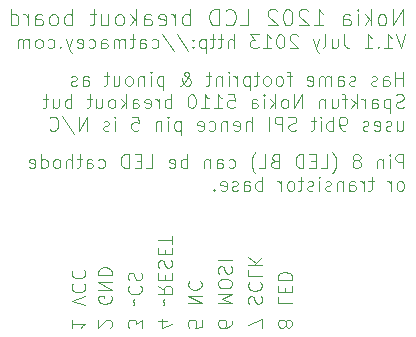
<source format=gbr>
%TF.GenerationSoftware,KiCad,Pcbnew,9.0.5*%
%TF.CreationDate,2025-10-17T16:28:27+07:00*%
%TF.ProjectId,Nokia 1202 breakout,4e6f6b69-6120-4313-9230-322062726561,rev?*%
%TF.SameCoordinates,Original*%
%TF.FileFunction,Legend,Bot*%
%TF.FilePolarity,Positive*%
%FSLAX46Y46*%
G04 Gerber Fmt 4.6, Leading zero omitted, Abs format (unit mm)*
G04 Created by KiCad (PCBNEW 9.0.5) date 2025-10-17 16:28:27*
%MOMM*%
%LPD*%
G01*
G04 APERTURE LIST*
%ADD10C,0.101600*%
%ADD11C,0.120000*%
G04 APERTURE END LIST*
D10*
X167589205Y-103840938D02*
X167422291Y-103896576D01*
X167422291Y-103896576D02*
X167144100Y-103896576D01*
X167144100Y-103896576D02*
X167032824Y-103840938D01*
X167032824Y-103840938D02*
X166977186Y-103785299D01*
X166977186Y-103785299D02*
X166921548Y-103674023D01*
X166921548Y-103674023D02*
X166921548Y-103562747D01*
X166921548Y-103562747D02*
X166977186Y-103451471D01*
X166977186Y-103451471D02*
X167032824Y-103395833D01*
X167032824Y-103395833D02*
X167144100Y-103340195D01*
X167144100Y-103340195D02*
X167366653Y-103284557D01*
X167366653Y-103284557D02*
X167477929Y-103228918D01*
X167477929Y-103228918D02*
X167533567Y-103173280D01*
X167533567Y-103173280D02*
X167589205Y-103062004D01*
X167589205Y-103062004D02*
X167589205Y-102950728D01*
X167589205Y-102950728D02*
X167533567Y-102839452D01*
X167533567Y-102839452D02*
X167477929Y-102783814D01*
X167477929Y-102783814D02*
X167366653Y-102728176D01*
X167366653Y-102728176D02*
X167088462Y-102728176D01*
X167088462Y-102728176D02*
X166921548Y-102783814D01*
X166420805Y-103117642D02*
X166420805Y-104286042D01*
X166420805Y-103173280D02*
X166309529Y-103117642D01*
X166309529Y-103117642D02*
X166086976Y-103117642D01*
X166086976Y-103117642D02*
X165975700Y-103173280D01*
X165975700Y-103173280D02*
X165920062Y-103228918D01*
X165920062Y-103228918D02*
X165864424Y-103340195D01*
X165864424Y-103340195D02*
X165864424Y-103674023D01*
X165864424Y-103674023D02*
X165920062Y-103785299D01*
X165920062Y-103785299D02*
X165975700Y-103840938D01*
X165975700Y-103840938D02*
X166086976Y-103896576D01*
X166086976Y-103896576D02*
X166309529Y-103896576D01*
X166309529Y-103896576D02*
X166420805Y-103840938D01*
X164862938Y-103896576D02*
X164862938Y-103284557D01*
X164862938Y-103284557D02*
X164918576Y-103173280D01*
X164918576Y-103173280D02*
X165029852Y-103117642D01*
X165029852Y-103117642D02*
X165252405Y-103117642D01*
X165252405Y-103117642D02*
X165363681Y-103173280D01*
X164862938Y-103840938D02*
X164974214Y-103896576D01*
X164974214Y-103896576D02*
X165252405Y-103896576D01*
X165252405Y-103896576D02*
X165363681Y-103840938D01*
X165363681Y-103840938D02*
X165419319Y-103729661D01*
X165419319Y-103729661D02*
X165419319Y-103618385D01*
X165419319Y-103618385D02*
X165363681Y-103507109D01*
X165363681Y-103507109D02*
X165252405Y-103451471D01*
X165252405Y-103451471D02*
X164974214Y-103451471D01*
X164974214Y-103451471D02*
X164862938Y-103395833D01*
X164306557Y-103896576D02*
X164306557Y-103117642D01*
X164306557Y-103340195D02*
X164250919Y-103228918D01*
X164250919Y-103228918D02*
X164195281Y-103173280D01*
X164195281Y-103173280D02*
X164084005Y-103117642D01*
X164084005Y-103117642D02*
X163972728Y-103117642D01*
X163583262Y-103896576D02*
X163583262Y-102728176D01*
X163471986Y-103451471D02*
X163138157Y-103896576D01*
X163138157Y-103117642D02*
X163583262Y-103562747D01*
X162804328Y-103117642D02*
X162359224Y-103117642D01*
X162637414Y-103896576D02*
X162637414Y-102895090D01*
X162637414Y-102895090D02*
X162581776Y-102783814D01*
X162581776Y-102783814D02*
X162470500Y-102728176D01*
X162470500Y-102728176D02*
X162359224Y-102728176D01*
X161469014Y-103117642D02*
X161469014Y-103896576D01*
X161969757Y-103117642D02*
X161969757Y-103729661D01*
X161969757Y-103729661D02*
X161914119Y-103840938D01*
X161914119Y-103840938D02*
X161802843Y-103896576D01*
X161802843Y-103896576D02*
X161635928Y-103896576D01*
X161635928Y-103896576D02*
X161524652Y-103840938D01*
X161524652Y-103840938D02*
X161469014Y-103785299D01*
X160912633Y-103117642D02*
X160912633Y-103896576D01*
X160912633Y-103228918D02*
X160856995Y-103173280D01*
X160856995Y-103173280D02*
X160745719Y-103117642D01*
X160745719Y-103117642D02*
X160578804Y-103117642D01*
X160578804Y-103117642D02*
X160467528Y-103173280D01*
X160467528Y-103173280D02*
X160411890Y-103284557D01*
X160411890Y-103284557D02*
X160411890Y-103896576D01*
X158965299Y-103896576D02*
X158965299Y-102728176D01*
X158965299Y-102728176D02*
X158297642Y-103896576D01*
X158297642Y-103896576D02*
X158297642Y-102728176D01*
X157574347Y-103896576D02*
X157685623Y-103840938D01*
X157685623Y-103840938D02*
X157741261Y-103785299D01*
X157741261Y-103785299D02*
X157796899Y-103674023D01*
X157796899Y-103674023D02*
X157796899Y-103340195D01*
X157796899Y-103340195D02*
X157741261Y-103228918D01*
X157741261Y-103228918D02*
X157685623Y-103173280D01*
X157685623Y-103173280D02*
X157574347Y-103117642D01*
X157574347Y-103117642D02*
X157407432Y-103117642D01*
X157407432Y-103117642D02*
X157296156Y-103173280D01*
X157296156Y-103173280D02*
X157240518Y-103228918D01*
X157240518Y-103228918D02*
X157184880Y-103340195D01*
X157184880Y-103340195D02*
X157184880Y-103674023D01*
X157184880Y-103674023D02*
X157240518Y-103785299D01*
X157240518Y-103785299D02*
X157296156Y-103840938D01*
X157296156Y-103840938D02*
X157407432Y-103896576D01*
X157407432Y-103896576D02*
X157574347Y-103896576D01*
X156684137Y-103896576D02*
X156684137Y-102728176D01*
X156572861Y-103451471D02*
X156239032Y-103896576D01*
X156239032Y-103117642D02*
X156684137Y-103562747D01*
X155738289Y-103896576D02*
X155738289Y-103117642D01*
X155738289Y-102728176D02*
X155793927Y-102783814D01*
X155793927Y-102783814D02*
X155738289Y-102839452D01*
X155738289Y-102839452D02*
X155682651Y-102783814D01*
X155682651Y-102783814D02*
X155738289Y-102728176D01*
X155738289Y-102728176D02*
X155738289Y-102839452D01*
X154681165Y-103896576D02*
X154681165Y-103284557D01*
X154681165Y-103284557D02*
X154736803Y-103173280D01*
X154736803Y-103173280D02*
X154848079Y-103117642D01*
X154848079Y-103117642D02*
X155070632Y-103117642D01*
X155070632Y-103117642D02*
X155181908Y-103173280D01*
X154681165Y-103840938D02*
X154792441Y-103896576D01*
X154792441Y-103896576D02*
X155070632Y-103896576D01*
X155070632Y-103896576D02*
X155181908Y-103840938D01*
X155181908Y-103840938D02*
X155237546Y-103729661D01*
X155237546Y-103729661D02*
X155237546Y-103618385D01*
X155237546Y-103618385D02*
X155181908Y-103507109D01*
X155181908Y-103507109D02*
X155070632Y-103451471D01*
X155070632Y-103451471D02*
X154792441Y-103451471D01*
X154792441Y-103451471D02*
X154681165Y-103395833D01*
X152678193Y-102728176D02*
X153234574Y-102728176D01*
X153234574Y-102728176D02*
X153290212Y-103284557D01*
X153290212Y-103284557D02*
X153234574Y-103228918D01*
X153234574Y-103228918D02*
X153123298Y-103173280D01*
X153123298Y-103173280D02*
X152845107Y-103173280D01*
X152845107Y-103173280D02*
X152733831Y-103228918D01*
X152733831Y-103228918D02*
X152678193Y-103284557D01*
X152678193Y-103284557D02*
X152622555Y-103395833D01*
X152622555Y-103395833D02*
X152622555Y-103674023D01*
X152622555Y-103674023D02*
X152678193Y-103785299D01*
X152678193Y-103785299D02*
X152733831Y-103840938D01*
X152733831Y-103840938D02*
X152845107Y-103896576D01*
X152845107Y-103896576D02*
X153123298Y-103896576D01*
X153123298Y-103896576D02*
X153234574Y-103840938D01*
X153234574Y-103840938D02*
X153290212Y-103785299D01*
X151509793Y-103896576D02*
X152177450Y-103896576D01*
X151843622Y-103896576D02*
X151843622Y-102728176D01*
X151843622Y-102728176D02*
X151954898Y-102895090D01*
X151954898Y-102895090D02*
X152066174Y-103006366D01*
X152066174Y-103006366D02*
X152177450Y-103062004D01*
X150397031Y-103896576D02*
X151064688Y-103896576D01*
X150730860Y-103896576D02*
X150730860Y-102728176D01*
X150730860Y-102728176D02*
X150842136Y-102895090D01*
X150842136Y-102895090D02*
X150953412Y-103006366D01*
X150953412Y-103006366D02*
X151064688Y-103062004D01*
X149673736Y-102728176D02*
X149562459Y-102728176D01*
X149562459Y-102728176D02*
X149451183Y-102783814D01*
X149451183Y-102783814D02*
X149395545Y-102839452D01*
X149395545Y-102839452D02*
X149339907Y-102950728D01*
X149339907Y-102950728D02*
X149284269Y-103173280D01*
X149284269Y-103173280D02*
X149284269Y-103451471D01*
X149284269Y-103451471D02*
X149339907Y-103674023D01*
X149339907Y-103674023D02*
X149395545Y-103785299D01*
X149395545Y-103785299D02*
X149451183Y-103840938D01*
X149451183Y-103840938D02*
X149562459Y-103896576D01*
X149562459Y-103896576D02*
X149673736Y-103896576D01*
X149673736Y-103896576D02*
X149785012Y-103840938D01*
X149785012Y-103840938D02*
X149840650Y-103785299D01*
X149840650Y-103785299D02*
X149896288Y-103674023D01*
X149896288Y-103674023D02*
X149951926Y-103451471D01*
X149951926Y-103451471D02*
X149951926Y-103173280D01*
X149951926Y-103173280D02*
X149896288Y-102950728D01*
X149896288Y-102950728D02*
X149840650Y-102839452D01*
X149840650Y-102839452D02*
X149785012Y-102783814D01*
X149785012Y-102783814D02*
X149673736Y-102728176D01*
X147893316Y-103896576D02*
X147893316Y-102728176D01*
X147893316Y-103173280D02*
X147782040Y-103117642D01*
X147782040Y-103117642D02*
X147559487Y-103117642D01*
X147559487Y-103117642D02*
X147448211Y-103173280D01*
X147448211Y-103173280D02*
X147392573Y-103228918D01*
X147392573Y-103228918D02*
X147336935Y-103340195D01*
X147336935Y-103340195D02*
X147336935Y-103674023D01*
X147336935Y-103674023D02*
X147392573Y-103785299D01*
X147392573Y-103785299D02*
X147448211Y-103840938D01*
X147448211Y-103840938D02*
X147559487Y-103896576D01*
X147559487Y-103896576D02*
X147782040Y-103896576D01*
X147782040Y-103896576D02*
X147893316Y-103840938D01*
X146836192Y-103896576D02*
X146836192Y-103117642D01*
X146836192Y-103340195D02*
X146780554Y-103228918D01*
X146780554Y-103228918D02*
X146724916Y-103173280D01*
X146724916Y-103173280D02*
X146613640Y-103117642D01*
X146613640Y-103117642D02*
X146502363Y-103117642D01*
X145667792Y-103840938D02*
X145779068Y-103896576D01*
X145779068Y-103896576D02*
X146001621Y-103896576D01*
X146001621Y-103896576D02*
X146112897Y-103840938D01*
X146112897Y-103840938D02*
X146168535Y-103729661D01*
X146168535Y-103729661D02*
X146168535Y-103284557D01*
X146168535Y-103284557D02*
X146112897Y-103173280D01*
X146112897Y-103173280D02*
X146001621Y-103117642D01*
X146001621Y-103117642D02*
X145779068Y-103117642D01*
X145779068Y-103117642D02*
X145667792Y-103173280D01*
X145667792Y-103173280D02*
X145612154Y-103284557D01*
X145612154Y-103284557D02*
X145612154Y-103395833D01*
X145612154Y-103395833D02*
X146168535Y-103507109D01*
X144610668Y-103896576D02*
X144610668Y-103284557D01*
X144610668Y-103284557D02*
X144666306Y-103173280D01*
X144666306Y-103173280D02*
X144777582Y-103117642D01*
X144777582Y-103117642D02*
X145000135Y-103117642D01*
X145000135Y-103117642D02*
X145111411Y-103173280D01*
X144610668Y-103840938D02*
X144721944Y-103896576D01*
X144721944Y-103896576D02*
X145000135Y-103896576D01*
X145000135Y-103896576D02*
X145111411Y-103840938D01*
X145111411Y-103840938D02*
X145167049Y-103729661D01*
X145167049Y-103729661D02*
X145167049Y-103618385D01*
X145167049Y-103618385D02*
X145111411Y-103507109D01*
X145111411Y-103507109D02*
X145000135Y-103451471D01*
X145000135Y-103451471D02*
X144721944Y-103451471D01*
X144721944Y-103451471D02*
X144610668Y-103395833D01*
X144054287Y-103896576D02*
X144054287Y-102728176D01*
X143943011Y-103451471D02*
X143609182Y-103896576D01*
X143609182Y-103117642D02*
X144054287Y-103562747D01*
X142941525Y-103896576D02*
X143052801Y-103840938D01*
X143052801Y-103840938D02*
X143108439Y-103785299D01*
X143108439Y-103785299D02*
X143164077Y-103674023D01*
X143164077Y-103674023D02*
X143164077Y-103340195D01*
X143164077Y-103340195D02*
X143108439Y-103228918D01*
X143108439Y-103228918D02*
X143052801Y-103173280D01*
X143052801Y-103173280D02*
X142941525Y-103117642D01*
X142941525Y-103117642D02*
X142774610Y-103117642D01*
X142774610Y-103117642D02*
X142663334Y-103173280D01*
X142663334Y-103173280D02*
X142607696Y-103228918D01*
X142607696Y-103228918D02*
X142552058Y-103340195D01*
X142552058Y-103340195D02*
X142552058Y-103674023D01*
X142552058Y-103674023D02*
X142607696Y-103785299D01*
X142607696Y-103785299D02*
X142663334Y-103840938D01*
X142663334Y-103840938D02*
X142774610Y-103896576D01*
X142774610Y-103896576D02*
X142941525Y-103896576D01*
X141550572Y-103117642D02*
X141550572Y-103896576D01*
X142051315Y-103117642D02*
X142051315Y-103729661D01*
X142051315Y-103729661D02*
X141995677Y-103840938D01*
X141995677Y-103840938D02*
X141884401Y-103896576D01*
X141884401Y-103896576D02*
X141717486Y-103896576D01*
X141717486Y-103896576D02*
X141606210Y-103840938D01*
X141606210Y-103840938D02*
X141550572Y-103785299D01*
X141161105Y-103117642D02*
X140716001Y-103117642D01*
X140994191Y-102728176D02*
X140994191Y-103729661D01*
X140994191Y-103729661D02*
X140938553Y-103840938D01*
X140938553Y-103840938D02*
X140827277Y-103896576D01*
X140827277Y-103896576D02*
X140716001Y-103896576D01*
X139436324Y-103896576D02*
X139436324Y-102728176D01*
X139436324Y-103173280D02*
X139325048Y-103117642D01*
X139325048Y-103117642D02*
X139102495Y-103117642D01*
X139102495Y-103117642D02*
X138991219Y-103173280D01*
X138991219Y-103173280D02*
X138935581Y-103228918D01*
X138935581Y-103228918D02*
X138879943Y-103340195D01*
X138879943Y-103340195D02*
X138879943Y-103674023D01*
X138879943Y-103674023D02*
X138935581Y-103785299D01*
X138935581Y-103785299D02*
X138991219Y-103840938D01*
X138991219Y-103840938D02*
X139102495Y-103896576D01*
X139102495Y-103896576D02*
X139325048Y-103896576D01*
X139325048Y-103896576D02*
X139436324Y-103840938D01*
X137878457Y-103117642D02*
X137878457Y-103896576D01*
X138379200Y-103117642D02*
X138379200Y-103729661D01*
X138379200Y-103729661D02*
X138323562Y-103840938D01*
X138323562Y-103840938D02*
X138212286Y-103896576D01*
X138212286Y-103896576D02*
X138045371Y-103896576D01*
X138045371Y-103896576D02*
X137934095Y-103840938D01*
X137934095Y-103840938D02*
X137878457Y-103785299D01*
X137488990Y-103117642D02*
X137043886Y-103117642D01*
X137322076Y-102728176D02*
X137322076Y-103729661D01*
X137322076Y-103729661D02*
X137266438Y-103840938D01*
X137266438Y-103840938D02*
X137155162Y-103896576D01*
X137155162Y-103896576D02*
X137043886Y-103896576D01*
X157582031Y-122265403D02*
X157637669Y-122376679D01*
X157637669Y-122376679D02*
X157693307Y-122432317D01*
X157693307Y-122432317D02*
X157804583Y-122487955D01*
X157804583Y-122487955D02*
X157860221Y-122487955D01*
X157860221Y-122487955D02*
X157971497Y-122432317D01*
X157971497Y-122432317D02*
X158027135Y-122376679D01*
X158027135Y-122376679D02*
X158082773Y-122265403D01*
X158082773Y-122265403D02*
X158082773Y-122042850D01*
X158082773Y-122042850D02*
X158027135Y-121931574D01*
X158027135Y-121931574D02*
X157971497Y-121875936D01*
X157971497Y-121875936D02*
X157860221Y-121820298D01*
X157860221Y-121820298D02*
X157804583Y-121820298D01*
X157804583Y-121820298D02*
X157693307Y-121875936D01*
X157693307Y-121875936D02*
X157637669Y-121931574D01*
X157637669Y-121931574D02*
X157582031Y-122042850D01*
X157582031Y-122042850D02*
X157582031Y-122265403D01*
X157582031Y-122265403D02*
X157526392Y-122376679D01*
X157526392Y-122376679D02*
X157470754Y-122432317D01*
X157470754Y-122432317D02*
X157359478Y-122487955D01*
X157359478Y-122487955D02*
X157136926Y-122487955D01*
X157136926Y-122487955D02*
X157025650Y-122432317D01*
X157025650Y-122432317D02*
X156970012Y-122376679D01*
X156970012Y-122376679D02*
X156914373Y-122265403D01*
X156914373Y-122265403D02*
X156914373Y-122042850D01*
X156914373Y-122042850D02*
X156970012Y-121931574D01*
X156970012Y-121931574D02*
X157025650Y-121875936D01*
X157025650Y-121875936D02*
X157136926Y-121820298D01*
X157136926Y-121820298D02*
X157359478Y-121820298D01*
X157359478Y-121820298D02*
X157470754Y-121875936D01*
X157470754Y-121875936D02*
X157526392Y-121931574D01*
X157526392Y-121931574D02*
X157582031Y-122042850D01*
X156914373Y-119872964D02*
X156914373Y-120429345D01*
X156914373Y-120429345D02*
X158082773Y-120429345D01*
X157526392Y-119483497D02*
X157526392Y-119094030D01*
X156914373Y-118927116D02*
X156914373Y-119483497D01*
X156914373Y-119483497D02*
X158082773Y-119483497D01*
X158082773Y-119483497D02*
X158082773Y-118927116D01*
X156914373Y-118426373D02*
X158082773Y-118426373D01*
X158082773Y-118426373D02*
X158082773Y-118148183D01*
X158082773Y-118148183D02*
X158027135Y-117981268D01*
X158027135Y-117981268D02*
X157915859Y-117869992D01*
X157915859Y-117869992D02*
X157804583Y-117814354D01*
X157804583Y-117814354D02*
X157582031Y-117758716D01*
X157582031Y-117758716D02*
X157415116Y-117758716D01*
X157415116Y-117758716D02*
X157192564Y-117814354D01*
X157192564Y-117814354D02*
X157081288Y-117869992D01*
X157081288Y-117869992D02*
X156970012Y-117981268D01*
X156970012Y-117981268D02*
X156914373Y-118148183D01*
X156914373Y-118148183D02*
X156914373Y-118426373D01*
X145382773Y-122543593D02*
X145382773Y-121820298D01*
X145382773Y-121820298D02*
X144937669Y-122209765D01*
X144937669Y-122209765D02*
X144937669Y-122042850D01*
X144937669Y-122042850D02*
X144882031Y-121931574D01*
X144882031Y-121931574D02*
X144826392Y-121875936D01*
X144826392Y-121875936D02*
X144715116Y-121820298D01*
X144715116Y-121820298D02*
X144436926Y-121820298D01*
X144436926Y-121820298D02*
X144325650Y-121875936D01*
X144325650Y-121875936D02*
X144270012Y-121931574D01*
X144270012Y-121931574D02*
X144214373Y-122042850D01*
X144214373Y-122042850D02*
X144214373Y-122376679D01*
X144214373Y-122376679D02*
X144270012Y-122487955D01*
X144270012Y-122487955D02*
X144325650Y-122543593D01*
X144659478Y-120596259D02*
X144715116Y-120540621D01*
X144715116Y-120540621D02*
X144770754Y-120429345D01*
X144770754Y-120429345D02*
X144659478Y-120206793D01*
X144659478Y-120206793D02*
X144715116Y-120095516D01*
X144715116Y-120095516D02*
X144770754Y-120039878D01*
X144325650Y-118927117D02*
X144270012Y-118982755D01*
X144270012Y-118982755D02*
X144214373Y-119149669D01*
X144214373Y-119149669D02*
X144214373Y-119260945D01*
X144214373Y-119260945D02*
X144270012Y-119427860D01*
X144270012Y-119427860D02*
X144381288Y-119539136D01*
X144381288Y-119539136D02*
X144492564Y-119594774D01*
X144492564Y-119594774D02*
X144715116Y-119650412D01*
X144715116Y-119650412D02*
X144882031Y-119650412D01*
X144882031Y-119650412D02*
X145104583Y-119594774D01*
X145104583Y-119594774D02*
X145215859Y-119539136D01*
X145215859Y-119539136D02*
X145327135Y-119427860D01*
X145327135Y-119427860D02*
X145382773Y-119260945D01*
X145382773Y-119260945D02*
X145382773Y-119149669D01*
X145382773Y-119149669D02*
X145327135Y-118982755D01*
X145327135Y-118982755D02*
X145271497Y-118927117D01*
X144270012Y-118482012D02*
X144214373Y-118315098D01*
X144214373Y-118315098D02*
X144214373Y-118036907D01*
X144214373Y-118036907D02*
X144270012Y-117925631D01*
X144270012Y-117925631D02*
X144325650Y-117869993D01*
X144325650Y-117869993D02*
X144436926Y-117814355D01*
X144436926Y-117814355D02*
X144548202Y-117814355D01*
X144548202Y-117814355D02*
X144659478Y-117869993D01*
X144659478Y-117869993D02*
X144715116Y-117925631D01*
X144715116Y-117925631D02*
X144770754Y-118036907D01*
X144770754Y-118036907D02*
X144826392Y-118259460D01*
X144826392Y-118259460D02*
X144882031Y-118370736D01*
X144882031Y-118370736D02*
X144937669Y-118426374D01*
X144937669Y-118426374D02*
X145048945Y-118482012D01*
X145048945Y-118482012D02*
X145160221Y-118482012D01*
X145160221Y-118482012D02*
X145271497Y-118426374D01*
X145271497Y-118426374D02*
X145327135Y-118370736D01*
X145327135Y-118370736D02*
X145382773Y-118259460D01*
X145382773Y-118259460D02*
X145382773Y-117981269D01*
X145382773Y-117981269D02*
X145327135Y-117814355D01*
X155542773Y-122543593D02*
X155542773Y-121764660D01*
X155542773Y-121764660D02*
X154374373Y-122265403D01*
X154430012Y-120484983D02*
X154374373Y-120318069D01*
X154374373Y-120318069D02*
X154374373Y-120039878D01*
X154374373Y-120039878D02*
X154430012Y-119928602D01*
X154430012Y-119928602D02*
X154485650Y-119872964D01*
X154485650Y-119872964D02*
X154596926Y-119817326D01*
X154596926Y-119817326D02*
X154708202Y-119817326D01*
X154708202Y-119817326D02*
X154819478Y-119872964D01*
X154819478Y-119872964D02*
X154875116Y-119928602D01*
X154875116Y-119928602D02*
X154930754Y-120039878D01*
X154930754Y-120039878D02*
X154986392Y-120262431D01*
X154986392Y-120262431D02*
X155042031Y-120373707D01*
X155042031Y-120373707D02*
X155097669Y-120429345D01*
X155097669Y-120429345D02*
X155208945Y-120484983D01*
X155208945Y-120484983D02*
X155320221Y-120484983D01*
X155320221Y-120484983D02*
X155431497Y-120429345D01*
X155431497Y-120429345D02*
X155487135Y-120373707D01*
X155487135Y-120373707D02*
X155542773Y-120262431D01*
X155542773Y-120262431D02*
X155542773Y-119984240D01*
X155542773Y-119984240D02*
X155487135Y-119817326D01*
X154485650Y-118648926D02*
X154430012Y-118704564D01*
X154430012Y-118704564D02*
X154374373Y-118871478D01*
X154374373Y-118871478D02*
X154374373Y-118982754D01*
X154374373Y-118982754D02*
X154430012Y-119149669D01*
X154430012Y-119149669D02*
X154541288Y-119260945D01*
X154541288Y-119260945D02*
X154652564Y-119316583D01*
X154652564Y-119316583D02*
X154875116Y-119372221D01*
X154875116Y-119372221D02*
X155042031Y-119372221D01*
X155042031Y-119372221D02*
X155264583Y-119316583D01*
X155264583Y-119316583D02*
X155375859Y-119260945D01*
X155375859Y-119260945D02*
X155487135Y-119149669D01*
X155487135Y-119149669D02*
X155542773Y-118982754D01*
X155542773Y-118982754D02*
X155542773Y-118871478D01*
X155542773Y-118871478D02*
X155487135Y-118704564D01*
X155487135Y-118704564D02*
X155431497Y-118648926D01*
X154374373Y-117591802D02*
X154374373Y-118148183D01*
X154374373Y-118148183D02*
X155542773Y-118148183D01*
X154374373Y-117202335D02*
X155542773Y-117202335D01*
X154374373Y-116534678D02*
X155042031Y-117035421D01*
X155542773Y-116534678D02*
X154875116Y-117202335D01*
X153002773Y-121931574D02*
X153002773Y-122154127D01*
X153002773Y-122154127D02*
X152947135Y-122265403D01*
X152947135Y-122265403D02*
X152891497Y-122321041D01*
X152891497Y-122321041D02*
X152724583Y-122432317D01*
X152724583Y-122432317D02*
X152502031Y-122487955D01*
X152502031Y-122487955D02*
X152056926Y-122487955D01*
X152056926Y-122487955D02*
X151945650Y-122432317D01*
X151945650Y-122432317D02*
X151890012Y-122376679D01*
X151890012Y-122376679D02*
X151834373Y-122265403D01*
X151834373Y-122265403D02*
X151834373Y-122042850D01*
X151834373Y-122042850D02*
X151890012Y-121931574D01*
X151890012Y-121931574D02*
X151945650Y-121875936D01*
X151945650Y-121875936D02*
X152056926Y-121820298D01*
X152056926Y-121820298D02*
X152335116Y-121820298D01*
X152335116Y-121820298D02*
X152446392Y-121875936D01*
X152446392Y-121875936D02*
X152502031Y-121931574D01*
X152502031Y-121931574D02*
X152557669Y-122042850D01*
X152557669Y-122042850D02*
X152557669Y-122265403D01*
X152557669Y-122265403D02*
X152502031Y-122376679D01*
X152502031Y-122376679D02*
X152446392Y-122432317D01*
X152446392Y-122432317D02*
X152335116Y-122487955D01*
X151834373Y-120429345D02*
X153002773Y-120429345D01*
X153002773Y-120429345D02*
X152168202Y-120039878D01*
X152168202Y-120039878D02*
X153002773Y-119650412D01*
X153002773Y-119650412D02*
X151834373Y-119650412D01*
X153002773Y-118871479D02*
X153002773Y-118648926D01*
X153002773Y-118648926D02*
X152947135Y-118537650D01*
X152947135Y-118537650D02*
X152835859Y-118426374D01*
X152835859Y-118426374D02*
X152613307Y-118370736D01*
X152613307Y-118370736D02*
X152223840Y-118370736D01*
X152223840Y-118370736D02*
X152001288Y-118426374D01*
X152001288Y-118426374D02*
X151890012Y-118537650D01*
X151890012Y-118537650D02*
X151834373Y-118648926D01*
X151834373Y-118648926D02*
X151834373Y-118871479D01*
X151834373Y-118871479D02*
X151890012Y-118982755D01*
X151890012Y-118982755D02*
X152001288Y-119094031D01*
X152001288Y-119094031D02*
X152223840Y-119149669D01*
X152223840Y-119149669D02*
X152613307Y-119149669D01*
X152613307Y-119149669D02*
X152835859Y-119094031D01*
X152835859Y-119094031D02*
X152947135Y-118982755D01*
X152947135Y-118982755D02*
X153002773Y-118871479D01*
X151890012Y-117925631D02*
X151834373Y-117758717D01*
X151834373Y-117758717D02*
X151834373Y-117480526D01*
X151834373Y-117480526D02*
X151890012Y-117369250D01*
X151890012Y-117369250D02*
X151945650Y-117313612D01*
X151945650Y-117313612D02*
X152056926Y-117257974D01*
X152056926Y-117257974D02*
X152168202Y-117257974D01*
X152168202Y-117257974D02*
X152279478Y-117313612D01*
X152279478Y-117313612D02*
X152335116Y-117369250D01*
X152335116Y-117369250D02*
X152390754Y-117480526D01*
X152390754Y-117480526D02*
X152446392Y-117703079D01*
X152446392Y-117703079D02*
X152502031Y-117814355D01*
X152502031Y-117814355D02*
X152557669Y-117869993D01*
X152557669Y-117869993D02*
X152668945Y-117925631D01*
X152668945Y-117925631D02*
X152780221Y-117925631D01*
X152780221Y-117925631D02*
X152891497Y-117869993D01*
X152891497Y-117869993D02*
X152947135Y-117814355D01*
X152947135Y-117814355D02*
X153002773Y-117703079D01*
X153002773Y-117703079D02*
X153002773Y-117424888D01*
X153002773Y-117424888D02*
X152947135Y-117257974D01*
X151834373Y-116757231D02*
X153002773Y-116757231D01*
X167032824Y-105022642D02*
X167032824Y-105801576D01*
X167533567Y-105022642D02*
X167533567Y-105634661D01*
X167533567Y-105634661D02*
X167477929Y-105745938D01*
X167477929Y-105745938D02*
X167366653Y-105801576D01*
X167366653Y-105801576D02*
X167199738Y-105801576D01*
X167199738Y-105801576D02*
X167088462Y-105745938D01*
X167088462Y-105745938D02*
X167032824Y-105690299D01*
X166532081Y-105745938D02*
X166420805Y-105801576D01*
X166420805Y-105801576D02*
X166198253Y-105801576D01*
X166198253Y-105801576D02*
X166086976Y-105745938D01*
X166086976Y-105745938D02*
X166031338Y-105634661D01*
X166031338Y-105634661D02*
X166031338Y-105579023D01*
X166031338Y-105579023D02*
X166086976Y-105467747D01*
X166086976Y-105467747D02*
X166198253Y-105412109D01*
X166198253Y-105412109D02*
X166365167Y-105412109D01*
X166365167Y-105412109D02*
X166476443Y-105356471D01*
X166476443Y-105356471D02*
X166532081Y-105245195D01*
X166532081Y-105245195D02*
X166532081Y-105189557D01*
X166532081Y-105189557D02*
X166476443Y-105078280D01*
X166476443Y-105078280D02*
X166365167Y-105022642D01*
X166365167Y-105022642D02*
X166198253Y-105022642D01*
X166198253Y-105022642D02*
X166086976Y-105078280D01*
X165085490Y-105745938D02*
X165196766Y-105801576D01*
X165196766Y-105801576D02*
X165419319Y-105801576D01*
X165419319Y-105801576D02*
X165530595Y-105745938D01*
X165530595Y-105745938D02*
X165586233Y-105634661D01*
X165586233Y-105634661D02*
X165586233Y-105189557D01*
X165586233Y-105189557D02*
X165530595Y-105078280D01*
X165530595Y-105078280D02*
X165419319Y-105022642D01*
X165419319Y-105022642D02*
X165196766Y-105022642D01*
X165196766Y-105022642D02*
X165085490Y-105078280D01*
X165085490Y-105078280D02*
X165029852Y-105189557D01*
X165029852Y-105189557D02*
X165029852Y-105300833D01*
X165029852Y-105300833D02*
X165586233Y-105412109D01*
X164584747Y-105745938D02*
X164473471Y-105801576D01*
X164473471Y-105801576D02*
X164250919Y-105801576D01*
X164250919Y-105801576D02*
X164139642Y-105745938D01*
X164139642Y-105745938D02*
X164084004Y-105634661D01*
X164084004Y-105634661D02*
X164084004Y-105579023D01*
X164084004Y-105579023D02*
X164139642Y-105467747D01*
X164139642Y-105467747D02*
X164250919Y-105412109D01*
X164250919Y-105412109D02*
X164417833Y-105412109D01*
X164417833Y-105412109D02*
X164529109Y-105356471D01*
X164529109Y-105356471D02*
X164584747Y-105245195D01*
X164584747Y-105245195D02*
X164584747Y-105189557D01*
X164584747Y-105189557D02*
X164529109Y-105078280D01*
X164529109Y-105078280D02*
X164417833Y-105022642D01*
X164417833Y-105022642D02*
X164250919Y-105022642D01*
X164250919Y-105022642D02*
X164139642Y-105078280D01*
X162637413Y-105801576D02*
X162414861Y-105801576D01*
X162414861Y-105801576D02*
X162303584Y-105745938D01*
X162303584Y-105745938D02*
X162247946Y-105690299D01*
X162247946Y-105690299D02*
X162136670Y-105523385D01*
X162136670Y-105523385D02*
X162081032Y-105300833D01*
X162081032Y-105300833D02*
X162081032Y-104855728D01*
X162081032Y-104855728D02*
X162136670Y-104744452D01*
X162136670Y-104744452D02*
X162192308Y-104688814D01*
X162192308Y-104688814D02*
X162303584Y-104633176D01*
X162303584Y-104633176D02*
X162526137Y-104633176D01*
X162526137Y-104633176D02*
X162637413Y-104688814D01*
X162637413Y-104688814D02*
X162693051Y-104744452D01*
X162693051Y-104744452D02*
X162748689Y-104855728D01*
X162748689Y-104855728D02*
X162748689Y-105133918D01*
X162748689Y-105133918D02*
X162693051Y-105245195D01*
X162693051Y-105245195D02*
X162637413Y-105300833D01*
X162637413Y-105300833D02*
X162526137Y-105356471D01*
X162526137Y-105356471D02*
X162303584Y-105356471D01*
X162303584Y-105356471D02*
X162192308Y-105300833D01*
X162192308Y-105300833D02*
X162136670Y-105245195D01*
X162136670Y-105245195D02*
X162081032Y-105133918D01*
X161580289Y-105801576D02*
X161580289Y-104633176D01*
X161580289Y-105078280D02*
X161469013Y-105022642D01*
X161469013Y-105022642D02*
X161246460Y-105022642D01*
X161246460Y-105022642D02*
X161135184Y-105078280D01*
X161135184Y-105078280D02*
X161079546Y-105133918D01*
X161079546Y-105133918D02*
X161023908Y-105245195D01*
X161023908Y-105245195D02*
X161023908Y-105579023D01*
X161023908Y-105579023D02*
X161079546Y-105690299D01*
X161079546Y-105690299D02*
X161135184Y-105745938D01*
X161135184Y-105745938D02*
X161246460Y-105801576D01*
X161246460Y-105801576D02*
X161469013Y-105801576D01*
X161469013Y-105801576D02*
X161580289Y-105745938D01*
X160523165Y-105801576D02*
X160523165Y-105022642D01*
X160523165Y-104633176D02*
X160578803Y-104688814D01*
X160578803Y-104688814D02*
X160523165Y-104744452D01*
X160523165Y-104744452D02*
X160467527Y-104688814D01*
X160467527Y-104688814D02*
X160523165Y-104633176D01*
X160523165Y-104633176D02*
X160523165Y-104744452D01*
X160133698Y-105022642D02*
X159688594Y-105022642D01*
X159966784Y-104633176D02*
X159966784Y-105634661D01*
X159966784Y-105634661D02*
X159911146Y-105745938D01*
X159911146Y-105745938D02*
X159799870Y-105801576D01*
X159799870Y-105801576D02*
X159688594Y-105801576D01*
X158464555Y-105745938D02*
X158297641Y-105801576D01*
X158297641Y-105801576D02*
X158019450Y-105801576D01*
X158019450Y-105801576D02*
X157908174Y-105745938D01*
X157908174Y-105745938D02*
X157852536Y-105690299D01*
X157852536Y-105690299D02*
X157796898Y-105579023D01*
X157796898Y-105579023D02*
X157796898Y-105467747D01*
X157796898Y-105467747D02*
X157852536Y-105356471D01*
X157852536Y-105356471D02*
X157908174Y-105300833D01*
X157908174Y-105300833D02*
X158019450Y-105245195D01*
X158019450Y-105245195D02*
X158242003Y-105189557D01*
X158242003Y-105189557D02*
X158353279Y-105133918D01*
X158353279Y-105133918D02*
X158408917Y-105078280D01*
X158408917Y-105078280D02*
X158464555Y-104967004D01*
X158464555Y-104967004D02*
X158464555Y-104855728D01*
X158464555Y-104855728D02*
X158408917Y-104744452D01*
X158408917Y-104744452D02*
X158353279Y-104688814D01*
X158353279Y-104688814D02*
X158242003Y-104633176D01*
X158242003Y-104633176D02*
X157963812Y-104633176D01*
X157963812Y-104633176D02*
X157796898Y-104688814D01*
X157296155Y-105801576D02*
X157296155Y-104633176D01*
X157296155Y-104633176D02*
X156851050Y-104633176D01*
X156851050Y-104633176D02*
X156739774Y-104688814D01*
X156739774Y-104688814D02*
X156684136Y-104744452D01*
X156684136Y-104744452D02*
X156628498Y-104855728D01*
X156628498Y-104855728D02*
X156628498Y-105022642D01*
X156628498Y-105022642D02*
X156684136Y-105133918D01*
X156684136Y-105133918D02*
X156739774Y-105189557D01*
X156739774Y-105189557D02*
X156851050Y-105245195D01*
X156851050Y-105245195D02*
X157296155Y-105245195D01*
X156127755Y-105801576D02*
X156127755Y-104633176D01*
X154681164Y-105801576D02*
X154681164Y-104633176D01*
X154180421Y-105801576D02*
X154180421Y-105189557D01*
X154180421Y-105189557D02*
X154236059Y-105078280D01*
X154236059Y-105078280D02*
X154347335Y-105022642D01*
X154347335Y-105022642D02*
X154514250Y-105022642D01*
X154514250Y-105022642D02*
X154625526Y-105078280D01*
X154625526Y-105078280D02*
X154681164Y-105133918D01*
X153178935Y-105745938D02*
X153290211Y-105801576D01*
X153290211Y-105801576D02*
X153512764Y-105801576D01*
X153512764Y-105801576D02*
X153624040Y-105745938D01*
X153624040Y-105745938D02*
X153679678Y-105634661D01*
X153679678Y-105634661D02*
X153679678Y-105189557D01*
X153679678Y-105189557D02*
X153624040Y-105078280D01*
X153624040Y-105078280D02*
X153512764Y-105022642D01*
X153512764Y-105022642D02*
X153290211Y-105022642D01*
X153290211Y-105022642D02*
X153178935Y-105078280D01*
X153178935Y-105078280D02*
X153123297Y-105189557D01*
X153123297Y-105189557D02*
X153123297Y-105300833D01*
X153123297Y-105300833D02*
X153679678Y-105412109D01*
X152622554Y-105022642D02*
X152622554Y-105801576D01*
X152622554Y-105133918D02*
X152566916Y-105078280D01*
X152566916Y-105078280D02*
X152455640Y-105022642D01*
X152455640Y-105022642D02*
X152288725Y-105022642D01*
X152288725Y-105022642D02*
X152177449Y-105078280D01*
X152177449Y-105078280D02*
X152121811Y-105189557D01*
X152121811Y-105189557D02*
X152121811Y-105801576D01*
X151064687Y-105745938D02*
X151175963Y-105801576D01*
X151175963Y-105801576D02*
X151398516Y-105801576D01*
X151398516Y-105801576D02*
X151509792Y-105745938D01*
X151509792Y-105745938D02*
X151565430Y-105690299D01*
X151565430Y-105690299D02*
X151621068Y-105579023D01*
X151621068Y-105579023D02*
X151621068Y-105245195D01*
X151621068Y-105245195D02*
X151565430Y-105133918D01*
X151565430Y-105133918D02*
X151509792Y-105078280D01*
X151509792Y-105078280D02*
X151398516Y-105022642D01*
X151398516Y-105022642D02*
X151175963Y-105022642D01*
X151175963Y-105022642D02*
X151064687Y-105078280D01*
X150118839Y-105745938D02*
X150230115Y-105801576D01*
X150230115Y-105801576D02*
X150452668Y-105801576D01*
X150452668Y-105801576D02*
X150563944Y-105745938D01*
X150563944Y-105745938D02*
X150619582Y-105634661D01*
X150619582Y-105634661D02*
X150619582Y-105189557D01*
X150619582Y-105189557D02*
X150563944Y-105078280D01*
X150563944Y-105078280D02*
X150452668Y-105022642D01*
X150452668Y-105022642D02*
X150230115Y-105022642D01*
X150230115Y-105022642D02*
X150118839Y-105078280D01*
X150118839Y-105078280D02*
X150063201Y-105189557D01*
X150063201Y-105189557D02*
X150063201Y-105300833D01*
X150063201Y-105300833D02*
X150619582Y-105412109D01*
X148672248Y-105022642D02*
X148672248Y-106191042D01*
X148672248Y-105078280D02*
X148560972Y-105022642D01*
X148560972Y-105022642D02*
X148338419Y-105022642D01*
X148338419Y-105022642D02*
X148227143Y-105078280D01*
X148227143Y-105078280D02*
X148171505Y-105133918D01*
X148171505Y-105133918D02*
X148115867Y-105245195D01*
X148115867Y-105245195D02*
X148115867Y-105579023D01*
X148115867Y-105579023D02*
X148171505Y-105690299D01*
X148171505Y-105690299D02*
X148227143Y-105745938D01*
X148227143Y-105745938D02*
X148338419Y-105801576D01*
X148338419Y-105801576D02*
X148560972Y-105801576D01*
X148560972Y-105801576D02*
X148672248Y-105745938D01*
X147615124Y-105801576D02*
X147615124Y-105022642D01*
X147615124Y-104633176D02*
X147670762Y-104688814D01*
X147670762Y-104688814D02*
X147615124Y-104744452D01*
X147615124Y-104744452D02*
X147559486Y-104688814D01*
X147559486Y-104688814D02*
X147615124Y-104633176D01*
X147615124Y-104633176D02*
X147615124Y-104744452D01*
X147058743Y-105022642D02*
X147058743Y-105801576D01*
X147058743Y-105133918D02*
X147003105Y-105078280D01*
X147003105Y-105078280D02*
X146891829Y-105022642D01*
X146891829Y-105022642D02*
X146724914Y-105022642D01*
X146724914Y-105022642D02*
X146613638Y-105078280D01*
X146613638Y-105078280D02*
X146558000Y-105189557D01*
X146558000Y-105189557D02*
X146558000Y-105801576D01*
X144555028Y-104633176D02*
X145111409Y-104633176D01*
X145111409Y-104633176D02*
X145167047Y-105189557D01*
X145167047Y-105189557D02*
X145111409Y-105133918D01*
X145111409Y-105133918D02*
X145000133Y-105078280D01*
X145000133Y-105078280D02*
X144721942Y-105078280D01*
X144721942Y-105078280D02*
X144610666Y-105133918D01*
X144610666Y-105133918D02*
X144555028Y-105189557D01*
X144555028Y-105189557D02*
X144499390Y-105300833D01*
X144499390Y-105300833D02*
X144499390Y-105579023D01*
X144499390Y-105579023D02*
X144555028Y-105690299D01*
X144555028Y-105690299D02*
X144610666Y-105745938D01*
X144610666Y-105745938D02*
X144721942Y-105801576D01*
X144721942Y-105801576D02*
X145000133Y-105801576D01*
X145000133Y-105801576D02*
X145111409Y-105745938D01*
X145111409Y-105745938D02*
X145167047Y-105690299D01*
X143108437Y-105801576D02*
X143108437Y-105022642D01*
X143108437Y-104633176D02*
X143164075Y-104688814D01*
X143164075Y-104688814D02*
X143108437Y-104744452D01*
X143108437Y-104744452D02*
X143052799Y-104688814D01*
X143052799Y-104688814D02*
X143108437Y-104633176D01*
X143108437Y-104633176D02*
X143108437Y-104744452D01*
X142607694Y-105745938D02*
X142496418Y-105801576D01*
X142496418Y-105801576D02*
X142273866Y-105801576D01*
X142273866Y-105801576D02*
X142162589Y-105745938D01*
X142162589Y-105745938D02*
X142106951Y-105634661D01*
X142106951Y-105634661D02*
X142106951Y-105579023D01*
X142106951Y-105579023D02*
X142162589Y-105467747D01*
X142162589Y-105467747D02*
X142273866Y-105412109D01*
X142273866Y-105412109D02*
X142440780Y-105412109D01*
X142440780Y-105412109D02*
X142552056Y-105356471D01*
X142552056Y-105356471D02*
X142607694Y-105245195D01*
X142607694Y-105245195D02*
X142607694Y-105189557D01*
X142607694Y-105189557D02*
X142552056Y-105078280D01*
X142552056Y-105078280D02*
X142440780Y-105022642D01*
X142440780Y-105022642D02*
X142273866Y-105022642D01*
X142273866Y-105022642D02*
X142162589Y-105078280D01*
X140715998Y-105801576D02*
X140715998Y-104633176D01*
X140715998Y-104633176D02*
X140048341Y-105801576D01*
X140048341Y-105801576D02*
X140048341Y-104633176D01*
X138657389Y-104577538D02*
X139658874Y-106079766D01*
X137600265Y-105690299D02*
X137655903Y-105745938D01*
X137655903Y-105745938D02*
X137822817Y-105801576D01*
X137822817Y-105801576D02*
X137934093Y-105801576D01*
X137934093Y-105801576D02*
X138101008Y-105745938D01*
X138101008Y-105745938D02*
X138212284Y-105634661D01*
X138212284Y-105634661D02*
X138267922Y-105523385D01*
X138267922Y-105523385D02*
X138323560Y-105300833D01*
X138323560Y-105300833D02*
X138323560Y-105133918D01*
X138323560Y-105133918D02*
X138267922Y-104911366D01*
X138267922Y-104911366D02*
X138212284Y-104800090D01*
X138212284Y-104800090D02*
X138101008Y-104688814D01*
X138101008Y-104688814D02*
X137934093Y-104633176D01*
X137934093Y-104633176D02*
X137822817Y-104633176D01*
X137822817Y-104633176D02*
X137655903Y-104688814D01*
X137655903Y-104688814D02*
X137600265Y-104744452D01*
X139451873Y-121820298D02*
X139451873Y-122487955D01*
X139451873Y-122154127D02*
X140620273Y-122154127D01*
X140620273Y-122154127D02*
X140453359Y-122265403D01*
X140453359Y-122265403D02*
X140342083Y-122376679D01*
X140342083Y-122376679D02*
X140286445Y-122487955D01*
X140620273Y-120596259D02*
X139451873Y-120206793D01*
X139451873Y-120206793D02*
X140620273Y-119817326D01*
X139563150Y-118760202D02*
X139507512Y-118815840D01*
X139507512Y-118815840D02*
X139451873Y-118982754D01*
X139451873Y-118982754D02*
X139451873Y-119094030D01*
X139451873Y-119094030D02*
X139507512Y-119260945D01*
X139507512Y-119260945D02*
X139618788Y-119372221D01*
X139618788Y-119372221D02*
X139730064Y-119427859D01*
X139730064Y-119427859D02*
X139952616Y-119483497D01*
X139952616Y-119483497D02*
X140119531Y-119483497D01*
X140119531Y-119483497D02*
X140342083Y-119427859D01*
X140342083Y-119427859D02*
X140453359Y-119372221D01*
X140453359Y-119372221D02*
X140564635Y-119260945D01*
X140564635Y-119260945D02*
X140620273Y-119094030D01*
X140620273Y-119094030D02*
X140620273Y-118982754D01*
X140620273Y-118982754D02*
X140564635Y-118815840D01*
X140564635Y-118815840D02*
X140508997Y-118760202D01*
X139563150Y-117591802D02*
X139507512Y-117647440D01*
X139507512Y-117647440D02*
X139451873Y-117814354D01*
X139451873Y-117814354D02*
X139451873Y-117925630D01*
X139451873Y-117925630D02*
X139507512Y-118092545D01*
X139507512Y-118092545D02*
X139618788Y-118203821D01*
X139618788Y-118203821D02*
X139730064Y-118259459D01*
X139730064Y-118259459D02*
X139952616Y-118315097D01*
X139952616Y-118315097D02*
X140119531Y-118315097D01*
X140119531Y-118315097D02*
X140342083Y-118259459D01*
X140342083Y-118259459D02*
X140453359Y-118203821D01*
X140453359Y-118203821D02*
X140564635Y-118092545D01*
X140564635Y-118092545D02*
X140620273Y-117925630D01*
X140620273Y-117925630D02*
X140620273Y-117814354D01*
X140620273Y-117814354D02*
X140564635Y-117647440D01*
X140564635Y-117647440D02*
X140508997Y-117591802D01*
X167366653Y-110881576D02*
X167477929Y-110825938D01*
X167477929Y-110825938D02*
X167533567Y-110770299D01*
X167533567Y-110770299D02*
X167589205Y-110659023D01*
X167589205Y-110659023D02*
X167589205Y-110325195D01*
X167589205Y-110325195D02*
X167533567Y-110213918D01*
X167533567Y-110213918D02*
X167477929Y-110158280D01*
X167477929Y-110158280D02*
X167366653Y-110102642D01*
X167366653Y-110102642D02*
X167199738Y-110102642D01*
X167199738Y-110102642D02*
X167088462Y-110158280D01*
X167088462Y-110158280D02*
X167032824Y-110213918D01*
X167032824Y-110213918D02*
X166977186Y-110325195D01*
X166977186Y-110325195D02*
X166977186Y-110659023D01*
X166977186Y-110659023D02*
X167032824Y-110770299D01*
X167032824Y-110770299D02*
X167088462Y-110825938D01*
X167088462Y-110825938D02*
X167199738Y-110881576D01*
X167199738Y-110881576D02*
X167366653Y-110881576D01*
X166476443Y-110881576D02*
X166476443Y-110102642D01*
X166476443Y-110325195D02*
X166420805Y-110213918D01*
X166420805Y-110213918D02*
X166365167Y-110158280D01*
X166365167Y-110158280D02*
X166253891Y-110102642D01*
X166253891Y-110102642D02*
X166142614Y-110102642D01*
X165029852Y-110102642D02*
X164584748Y-110102642D01*
X164862938Y-109713176D02*
X164862938Y-110714661D01*
X164862938Y-110714661D02*
X164807300Y-110825938D01*
X164807300Y-110825938D02*
X164696024Y-110881576D01*
X164696024Y-110881576D02*
X164584748Y-110881576D01*
X164195281Y-110881576D02*
X164195281Y-110102642D01*
X164195281Y-110325195D02*
X164139643Y-110213918D01*
X164139643Y-110213918D02*
X164084005Y-110158280D01*
X164084005Y-110158280D02*
X163972729Y-110102642D01*
X163972729Y-110102642D02*
X163861452Y-110102642D01*
X162971243Y-110881576D02*
X162971243Y-110269557D01*
X162971243Y-110269557D02*
X163026881Y-110158280D01*
X163026881Y-110158280D02*
X163138157Y-110102642D01*
X163138157Y-110102642D02*
X163360710Y-110102642D01*
X163360710Y-110102642D02*
X163471986Y-110158280D01*
X162971243Y-110825938D02*
X163082519Y-110881576D01*
X163082519Y-110881576D02*
X163360710Y-110881576D01*
X163360710Y-110881576D02*
X163471986Y-110825938D01*
X163471986Y-110825938D02*
X163527624Y-110714661D01*
X163527624Y-110714661D02*
X163527624Y-110603385D01*
X163527624Y-110603385D02*
X163471986Y-110492109D01*
X163471986Y-110492109D02*
X163360710Y-110436471D01*
X163360710Y-110436471D02*
X163082519Y-110436471D01*
X163082519Y-110436471D02*
X162971243Y-110380833D01*
X162414862Y-110102642D02*
X162414862Y-110881576D01*
X162414862Y-110213918D02*
X162359224Y-110158280D01*
X162359224Y-110158280D02*
X162247948Y-110102642D01*
X162247948Y-110102642D02*
X162081033Y-110102642D01*
X162081033Y-110102642D02*
X161969757Y-110158280D01*
X161969757Y-110158280D02*
X161914119Y-110269557D01*
X161914119Y-110269557D02*
X161914119Y-110881576D01*
X161413376Y-110825938D02*
X161302100Y-110881576D01*
X161302100Y-110881576D02*
X161079548Y-110881576D01*
X161079548Y-110881576D02*
X160968271Y-110825938D01*
X160968271Y-110825938D02*
X160912633Y-110714661D01*
X160912633Y-110714661D02*
X160912633Y-110659023D01*
X160912633Y-110659023D02*
X160968271Y-110547747D01*
X160968271Y-110547747D02*
X161079548Y-110492109D01*
X161079548Y-110492109D02*
X161246462Y-110492109D01*
X161246462Y-110492109D02*
X161357738Y-110436471D01*
X161357738Y-110436471D02*
X161413376Y-110325195D01*
X161413376Y-110325195D02*
X161413376Y-110269557D01*
X161413376Y-110269557D02*
X161357738Y-110158280D01*
X161357738Y-110158280D02*
X161246462Y-110102642D01*
X161246462Y-110102642D02*
X161079548Y-110102642D01*
X161079548Y-110102642D02*
X160968271Y-110158280D01*
X160411890Y-110881576D02*
X160411890Y-110102642D01*
X160411890Y-109713176D02*
X160467528Y-109768814D01*
X160467528Y-109768814D02*
X160411890Y-109824452D01*
X160411890Y-109824452D02*
X160356252Y-109768814D01*
X160356252Y-109768814D02*
X160411890Y-109713176D01*
X160411890Y-109713176D02*
X160411890Y-109824452D01*
X159911147Y-110825938D02*
X159799871Y-110881576D01*
X159799871Y-110881576D02*
X159577319Y-110881576D01*
X159577319Y-110881576D02*
X159466042Y-110825938D01*
X159466042Y-110825938D02*
X159410404Y-110714661D01*
X159410404Y-110714661D02*
X159410404Y-110659023D01*
X159410404Y-110659023D02*
X159466042Y-110547747D01*
X159466042Y-110547747D02*
X159577319Y-110492109D01*
X159577319Y-110492109D02*
X159744233Y-110492109D01*
X159744233Y-110492109D02*
X159855509Y-110436471D01*
X159855509Y-110436471D02*
X159911147Y-110325195D01*
X159911147Y-110325195D02*
X159911147Y-110269557D01*
X159911147Y-110269557D02*
X159855509Y-110158280D01*
X159855509Y-110158280D02*
X159744233Y-110102642D01*
X159744233Y-110102642D02*
X159577319Y-110102642D01*
X159577319Y-110102642D02*
X159466042Y-110158280D01*
X159076575Y-110102642D02*
X158631471Y-110102642D01*
X158909661Y-109713176D02*
X158909661Y-110714661D01*
X158909661Y-110714661D02*
X158854023Y-110825938D01*
X158854023Y-110825938D02*
X158742747Y-110881576D01*
X158742747Y-110881576D02*
X158631471Y-110881576D01*
X158075090Y-110881576D02*
X158186366Y-110825938D01*
X158186366Y-110825938D02*
X158242004Y-110770299D01*
X158242004Y-110770299D02*
X158297642Y-110659023D01*
X158297642Y-110659023D02*
X158297642Y-110325195D01*
X158297642Y-110325195D02*
X158242004Y-110213918D01*
X158242004Y-110213918D02*
X158186366Y-110158280D01*
X158186366Y-110158280D02*
X158075090Y-110102642D01*
X158075090Y-110102642D02*
X157908175Y-110102642D01*
X157908175Y-110102642D02*
X157796899Y-110158280D01*
X157796899Y-110158280D02*
X157741261Y-110213918D01*
X157741261Y-110213918D02*
X157685623Y-110325195D01*
X157685623Y-110325195D02*
X157685623Y-110659023D01*
X157685623Y-110659023D02*
X157741261Y-110770299D01*
X157741261Y-110770299D02*
X157796899Y-110825938D01*
X157796899Y-110825938D02*
X157908175Y-110881576D01*
X157908175Y-110881576D02*
X158075090Y-110881576D01*
X157184880Y-110881576D02*
X157184880Y-110102642D01*
X157184880Y-110325195D02*
X157129242Y-110213918D01*
X157129242Y-110213918D02*
X157073604Y-110158280D01*
X157073604Y-110158280D02*
X156962328Y-110102642D01*
X156962328Y-110102642D02*
X156851051Y-110102642D01*
X155571375Y-110881576D02*
X155571375Y-109713176D01*
X155571375Y-110158280D02*
X155460099Y-110102642D01*
X155460099Y-110102642D02*
X155237546Y-110102642D01*
X155237546Y-110102642D02*
X155126270Y-110158280D01*
X155126270Y-110158280D02*
X155070632Y-110213918D01*
X155070632Y-110213918D02*
X155014994Y-110325195D01*
X155014994Y-110325195D02*
X155014994Y-110659023D01*
X155014994Y-110659023D02*
X155070632Y-110770299D01*
X155070632Y-110770299D02*
X155126270Y-110825938D01*
X155126270Y-110825938D02*
X155237546Y-110881576D01*
X155237546Y-110881576D02*
X155460099Y-110881576D01*
X155460099Y-110881576D02*
X155571375Y-110825938D01*
X154013508Y-110881576D02*
X154013508Y-110269557D01*
X154013508Y-110269557D02*
X154069146Y-110158280D01*
X154069146Y-110158280D02*
X154180422Y-110102642D01*
X154180422Y-110102642D02*
X154402975Y-110102642D01*
X154402975Y-110102642D02*
X154514251Y-110158280D01*
X154013508Y-110825938D02*
X154124784Y-110881576D01*
X154124784Y-110881576D02*
X154402975Y-110881576D01*
X154402975Y-110881576D02*
X154514251Y-110825938D01*
X154514251Y-110825938D02*
X154569889Y-110714661D01*
X154569889Y-110714661D02*
X154569889Y-110603385D01*
X154569889Y-110603385D02*
X154514251Y-110492109D01*
X154514251Y-110492109D02*
X154402975Y-110436471D01*
X154402975Y-110436471D02*
X154124784Y-110436471D01*
X154124784Y-110436471D02*
X154013508Y-110380833D01*
X153512765Y-110825938D02*
X153401489Y-110881576D01*
X153401489Y-110881576D02*
X153178937Y-110881576D01*
X153178937Y-110881576D02*
X153067660Y-110825938D01*
X153067660Y-110825938D02*
X153012022Y-110714661D01*
X153012022Y-110714661D02*
X153012022Y-110659023D01*
X153012022Y-110659023D02*
X153067660Y-110547747D01*
X153067660Y-110547747D02*
X153178937Y-110492109D01*
X153178937Y-110492109D02*
X153345851Y-110492109D01*
X153345851Y-110492109D02*
X153457127Y-110436471D01*
X153457127Y-110436471D02*
X153512765Y-110325195D01*
X153512765Y-110325195D02*
X153512765Y-110269557D01*
X153512765Y-110269557D02*
X153457127Y-110158280D01*
X153457127Y-110158280D02*
X153345851Y-110102642D01*
X153345851Y-110102642D02*
X153178937Y-110102642D01*
X153178937Y-110102642D02*
X153067660Y-110158280D01*
X152066174Y-110825938D02*
X152177450Y-110881576D01*
X152177450Y-110881576D02*
X152400003Y-110881576D01*
X152400003Y-110881576D02*
X152511279Y-110825938D01*
X152511279Y-110825938D02*
X152566917Y-110714661D01*
X152566917Y-110714661D02*
X152566917Y-110269557D01*
X152566917Y-110269557D02*
X152511279Y-110158280D01*
X152511279Y-110158280D02*
X152400003Y-110102642D01*
X152400003Y-110102642D02*
X152177450Y-110102642D01*
X152177450Y-110102642D02*
X152066174Y-110158280D01*
X152066174Y-110158280D02*
X152010536Y-110269557D01*
X152010536Y-110269557D02*
X152010536Y-110380833D01*
X152010536Y-110380833D02*
X152566917Y-110492109D01*
X151509793Y-110770299D02*
X151454155Y-110825938D01*
X151454155Y-110825938D02*
X151509793Y-110881576D01*
X151509793Y-110881576D02*
X151565431Y-110825938D01*
X151565431Y-110825938D02*
X151509793Y-110770299D01*
X151509793Y-110770299D02*
X151509793Y-110881576D01*
X167533567Y-108976576D02*
X167533567Y-107808176D01*
X167533567Y-107808176D02*
X167088462Y-107808176D01*
X167088462Y-107808176D02*
X166977186Y-107863814D01*
X166977186Y-107863814D02*
X166921548Y-107919452D01*
X166921548Y-107919452D02*
X166865910Y-108030728D01*
X166865910Y-108030728D02*
X166865910Y-108197642D01*
X166865910Y-108197642D02*
X166921548Y-108308918D01*
X166921548Y-108308918D02*
X166977186Y-108364557D01*
X166977186Y-108364557D02*
X167088462Y-108420195D01*
X167088462Y-108420195D02*
X167533567Y-108420195D01*
X166365167Y-108976576D02*
X166365167Y-108197642D01*
X166365167Y-107808176D02*
X166420805Y-107863814D01*
X166420805Y-107863814D02*
X166365167Y-107919452D01*
X166365167Y-107919452D02*
X166309529Y-107863814D01*
X166309529Y-107863814D02*
X166365167Y-107808176D01*
X166365167Y-107808176D02*
X166365167Y-107919452D01*
X165808786Y-108197642D02*
X165808786Y-108976576D01*
X165808786Y-108308918D02*
X165753148Y-108253280D01*
X165753148Y-108253280D02*
X165641872Y-108197642D01*
X165641872Y-108197642D02*
X165474957Y-108197642D01*
X165474957Y-108197642D02*
X165363681Y-108253280D01*
X165363681Y-108253280D02*
X165308043Y-108364557D01*
X165308043Y-108364557D02*
X165308043Y-108976576D01*
X163694538Y-108308918D02*
X163805814Y-108253280D01*
X163805814Y-108253280D02*
X163861452Y-108197642D01*
X163861452Y-108197642D02*
X163917090Y-108086366D01*
X163917090Y-108086366D02*
X163917090Y-108030728D01*
X163917090Y-108030728D02*
X163861452Y-107919452D01*
X163861452Y-107919452D02*
X163805814Y-107863814D01*
X163805814Y-107863814D02*
X163694538Y-107808176D01*
X163694538Y-107808176D02*
X163471985Y-107808176D01*
X163471985Y-107808176D02*
X163360709Y-107863814D01*
X163360709Y-107863814D02*
X163305071Y-107919452D01*
X163305071Y-107919452D02*
X163249433Y-108030728D01*
X163249433Y-108030728D02*
X163249433Y-108086366D01*
X163249433Y-108086366D02*
X163305071Y-108197642D01*
X163305071Y-108197642D02*
X163360709Y-108253280D01*
X163360709Y-108253280D02*
X163471985Y-108308918D01*
X163471985Y-108308918D02*
X163694538Y-108308918D01*
X163694538Y-108308918D02*
X163805814Y-108364557D01*
X163805814Y-108364557D02*
X163861452Y-108420195D01*
X163861452Y-108420195D02*
X163917090Y-108531471D01*
X163917090Y-108531471D02*
X163917090Y-108754023D01*
X163917090Y-108754023D02*
X163861452Y-108865299D01*
X163861452Y-108865299D02*
X163805814Y-108920938D01*
X163805814Y-108920938D02*
X163694538Y-108976576D01*
X163694538Y-108976576D02*
X163471985Y-108976576D01*
X163471985Y-108976576D02*
X163360709Y-108920938D01*
X163360709Y-108920938D02*
X163305071Y-108865299D01*
X163305071Y-108865299D02*
X163249433Y-108754023D01*
X163249433Y-108754023D02*
X163249433Y-108531471D01*
X163249433Y-108531471D02*
X163305071Y-108420195D01*
X163305071Y-108420195D02*
X163360709Y-108364557D01*
X163360709Y-108364557D02*
X163471985Y-108308918D01*
X161524651Y-109421680D02*
X161580290Y-109366042D01*
X161580290Y-109366042D02*
X161691566Y-109199128D01*
X161691566Y-109199128D02*
X161747204Y-109087852D01*
X161747204Y-109087852D02*
X161802842Y-108920938D01*
X161802842Y-108920938D02*
X161858480Y-108642747D01*
X161858480Y-108642747D02*
X161858480Y-108420195D01*
X161858480Y-108420195D02*
X161802842Y-108142004D01*
X161802842Y-108142004D02*
X161747204Y-107975090D01*
X161747204Y-107975090D02*
X161691566Y-107863814D01*
X161691566Y-107863814D02*
X161580290Y-107696899D01*
X161580290Y-107696899D02*
X161524651Y-107641261D01*
X160523166Y-108976576D02*
X161079547Y-108976576D01*
X161079547Y-108976576D02*
X161079547Y-107808176D01*
X160133699Y-108364557D02*
X159744232Y-108364557D01*
X159577318Y-108976576D02*
X160133699Y-108976576D01*
X160133699Y-108976576D02*
X160133699Y-107808176D01*
X160133699Y-107808176D02*
X159577318Y-107808176D01*
X159076575Y-108976576D02*
X159076575Y-107808176D01*
X159076575Y-107808176D02*
X158798385Y-107808176D01*
X158798385Y-107808176D02*
X158631470Y-107863814D01*
X158631470Y-107863814D02*
X158520194Y-107975090D01*
X158520194Y-107975090D02*
X158464556Y-108086366D01*
X158464556Y-108086366D02*
X158408918Y-108308918D01*
X158408918Y-108308918D02*
X158408918Y-108475833D01*
X158408918Y-108475833D02*
X158464556Y-108698385D01*
X158464556Y-108698385D02*
X158520194Y-108809661D01*
X158520194Y-108809661D02*
X158631470Y-108920938D01*
X158631470Y-108920938D02*
X158798385Y-108976576D01*
X158798385Y-108976576D02*
X159076575Y-108976576D01*
X156628498Y-108364557D02*
X156461584Y-108420195D01*
X156461584Y-108420195D02*
X156405946Y-108475833D01*
X156405946Y-108475833D02*
X156350308Y-108587109D01*
X156350308Y-108587109D02*
X156350308Y-108754023D01*
X156350308Y-108754023D02*
X156405946Y-108865299D01*
X156405946Y-108865299D02*
X156461584Y-108920938D01*
X156461584Y-108920938D02*
X156572860Y-108976576D01*
X156572860Y-108976576D02*
X157017965Y-108976576D01*
X157017965Y-108976576D02*
X157017965Y-107808176D01*
X157017965Y-107808176D02*
X156628498Y-107808176D01*
X156628498Y-107808176D02*
X156517222Y-107863814D01*
X156517222Y-107863814D02*
X156461584Y-107919452D01*
X156461584Y-107919452D02*
X156405946Y-108030728D01*
X156405946Y-108030728D02*
X156405946Y-108142004D01*
X156405946Y-108142004D02*
X156461584Y-108253280D01*
X156461584Y-108253280D02*
X156517222Y-108308918D01*
X156517222Y-108308918D02*
X156628498Y-108364557D01*
X156628498Y-108364557D02*
X157017965Y-108364557D01*
X155293184Y-108976576D02*
X155849565Y-108976576D01*
X155849565Y-108976576D02*
X155849565Y-107808176D01*
X155014993Y-109421680D02*
X154959355Y-109366042D01*
X154959355Y-109366042D02*
X154848079Y-109199128D01*
X154848079Y-109199128D02*
X154792441Y-109087852D01*
X154792441Y-109087852D02*
X154736803Y-108920938D01*
X154736803Y-108920938D02*
X154681165Y-108642747D01*
X154681165Y-108642747D02*
X154681165Y-108420195D01*
X154681165Y-108420195D02*
X154736803Y-108142004D01*
X154736803Y-108142004D02*
X154792441Y-107975090D01*
X154792441Y-107975090D02*
X154848079Y-107863814D01*
X154848079Y-107863814D02*
X154959355Y-107696899D01*
X154959355Y-107696899D02*
X155014993Y-107641261D01*
X152733831Y-108920938D02*
X152845107Y-108976576D01*
X152845107Y-108976576D02*
X153067660Y-108976576D01*
X153067660Y-108976576D02*
X153178936Y-108920938D01*
X153178936Y-108920938D02*
X153234574Y-108865299D01*
X153234574Y-108865299D02*
X153290212Y-108754023D01*
X153290212Y-108754023D02*
X153290212Y-108420195D01*
X153290212Y-108420195D02*
X153234574Y-108308918D01*
X153234574Y-108308918D02*
X153178936Y-108253280D01*
X153178936Y-108253280D02*
X153067660Y-108197642D01*
X153067660Y-108197642D02*
X152845107Y-108197642D01*
X152845107Y-108197642D02*
X152733831Y-108253280D01*
X151732345Y-108976576D02*
X151732345Y-108364557D01*
X151732345Y-108364557D02*
X151787983Y-108253280D01*
X151787983Y-108253280D02*
X151899259Y-108197642D01*
X151899259Y-108197642D02*
X152121812Y-108197642D01*
X152121812Y-108197642D02*
X152233088Y-108253280D01*
X151732345Y-108920938D02*
X151843621Y-108976576D01*
X151843621Y-108976576D02*
X152121812Y-108976576D01*
X152121812Y-108976576D02*
X152233088Y-108920938D01*
X152233088Y-108920938D02*
X152288726Y-108809661D01*
X152288726Y-108809661D02*
X152288726Y-108698385D01*
X152288726Y-108698385D02*
X152233088Y-108587109D01*
X152233088Y-108587109D02*
X152121812Y-108531471D01*
X152121812Y-108531471D02*
X151843621Y-108531471D01*
X151843621Y-108531471D02*
X151732345Y-108475833D01*
X151175964Y-108197642D02*
X151175964Y-108976576D01*
X151175964Y-108308918D02*
X151120326Y-108253280D01*
X151120326Y-108253280D02*
X151009050Y-108197642D01*
X151009050Y-108197642D02*
X150842135Y-108197642D01*
X150842135Y-108197642D02*
X150730859Y-108253280D01*
X150730859Y-108253280D02*
X150675221Y-108364557D01*
X150675221Y-108364557D02*
X150675221Y-108976576D01*
X149228630Y-108976576D02*
X149228630Y-107808176D01*
X149228630Y-108253280D02*
X149117354Y-108197642D01*
X149117354Y-108197642D02*
X148894801Y-108197642D01*
X148894801Y-108197642D02*
X148783525Y-108253280D01*
X148783525Y-108253280D02*
X148727887Y-108308918D01*
X148727887Y-108308918D02*
X148672249Y-108420195D01*
X148672249Y-108420195D02*
X148672249Y-108754023D01*
X148672249Y-108754023D02*
X148727887Y-108865299D01*
X148727887Y-108865299D02*
X148783525Y-108920938D01*
X148783525Y-108920938D02*
X148894801Y-108976576D01*
X148894801Y-108976576D02*
X149117354Y-108976576D01*
X149117354Y-108976576D02*
X149228630Y-108920938D01*
X147726401Y-108920938D02*
X147837677Y-108976576D01*
X147837677Y-108976576D02*
X148060230Y-108976576D01*
X148060230Y-108976576D02*
X148171506Y-108920938D01*
X148171506Y-108920938D02*
X148227144Y-108809661D01*
X148227144Y-108809661D02*
X148227144Y-108364557D01*
X148227144Y-108364557D02*
X148171506Y-108253280D01*
X148171506Y-108253280D02*
X148060230Y-108197642D01*
X148060230Y-108197642D02*
X147837677Y-108197642D01*
X147837677Y-108197642D02*
X147726401Y-108253280D01*
X147726401Y-108253280D02*
X147670763Y-108364557D01*
X147670763Y-108364557D02*
X147670763Y-108475833D01*
X147670763Y-108475833D02*
X148227144Y-108587109D01*
X145723429Y-108976576D02*
X146279810Y-108976576D01*
X146279810Y-108976576D02*
X146279810Y-107808176D01*
X145333962Y-108364557D02*
X144944495Y-108364557D01*
X144777581Y-108976576D02*
X145333962Y-108976576D01*
X145333962Y-108976576D02*
X145333962Y-107808176D01*
X145333962Y-107808176D02*
X144777581Y-107808176D01*
X144276838Y-108976576D02*
X144276838Y-107808176D01*
X144276838Y-107808176D02*
X143998648Y-107808176D01*
X143998648Y-107808176D02*
X143831733Y-107863814D01*
X143831733Y-107863814D02*
X143720457Y-107975090D01*
X143720457Y-107975090D02*
X143664819Y-108086366D01*
X143664819Y-108086366D02*
X143609181Y-108308918D01*
X143609181Y-108308918D02*
X143609181Y-108475833D01*
X143609181Y-108475833D02*
X143664819Y-108698385D01*
X143664819Y-108698385D02*
X143720457Y-108809661D01*
X143720457Y-108809661D02*
X143831733Y-108920938D01*
X143831733Y-108920938D02*
X143998648Y-108976576D01*
X143998648Y-108976576D02*
X144276838Y-108976576D01*
X141717485Y-108920938D02*
X141828761Y-108976576D01*
X141828761Y-108976576D02*
X142051314Y-108976576D01*
X142051314Y-108976576D02*
X142162590Y-108920938D01*
X142162590Y-108920938D02*
X142218228Y-108865299D01*
X142218228Y-108865299D02*
X142273866Y-108754023D01*
X142273866Y-108754023D02*
X142273866Y-108420195D01*
X142273866Y-108420195D02*
X142218228Y-108308918D01*
X142218228Y-108308918D02*
X142162590Y-108253280D01*
X142162590Y-108253280D02*
X142051314Y-108197642D01*
X142051314Y-108197642D02*
X141828761Y-108197642D01*
X141828761Y-108197642D02*
X141717485Y-108253280D01*
X140715999Y-108976576D02*
X140715999Y-108364557D01*
X140715999Y-108364557D02*
X140771637Y-108253280D01*
X140771637Y-108253280D02*
X140882913Y-108197642D01*
X140882913Y-108197642D02*
X141105466Y-108197642D01*
X141105466Y-108197642D02*
X141216742Y-108253280D01*
X140715999Y-108920938D02*
X140827275Y-108976576D01*
X140827275Y-108976576D02*
X141105466Y-108976576D01*
X141105466Y-108976576D02*
X141216742Y-108920938D01*
X141216742Y-108920938D02*
X141272380Y-108809661D01*
X141272380Y-108809661D02*
X141272380Y-108698385D01*
X141272380Y-108698385D02*
X141216742Y-108587109D01*
X141216742Y-108587109D02*
X141105466Y-108531471D01*
X141105466Y-108531471D02*
X140827275Y-108531471D01*
X140827275Y-108531471D02*
X140715999Y-108475833D01*
X140326532Y-108197642D02*
X139881428Y-108197642D01*
X140159618Y-107808176D02*
X140159618Y-108809661D01*
X140159618Y-108809661D02*
X140103980Y-108920938D01*
X140103980Y-108920938D02*
X139992704Y-108976576D01*
X139992704Y-108976576D02*
X139881428Y-108976576D01*
X139491961Y-108976576D02*
X139491961Y-107808176D01*
X138991218Y-108976576D02*
X138991218Y-108364557D01*
X138991218Y-108364557D02*
X139046856Y-108253280D01*
X139046856Y-108253280D02*
X139158132Y-108197642D01*
X139158132Y-108197642D02*
X139325047Y-108197642D01*
X139325047Y-108197642D02*
X139436323Y-108253280D01*
X139436323Y-108253280D02*
X139491961Y-108308918D01*
X138267923Y-108976576D02*
X138379199Y-108920938D01*
X138379199Y-108920938D02*
X138434837Y-108865299D01*
X138434837Y-108865299D02*
X138490475Y-108754023D01*
X138490475Y-108754023D02*
X138490475Y-108420195D01*
X138490475Y-108420195D02*
X138434837Y-108308918D01*
X138434837Y-108308918D02*
X138379199Y-108253280D01*
X138379199Y-108253280D02*
X138267923Y-108197642D01*
X138267923Y-108197642D02*
X138101008Y-108197642D01*
X138101008Y-108197642D02*
X137989732Y-108253280D01*
X137989732Y-108253280D02*
X137934094Y-108308918D01*
X137934094Y-108308918D02*
X137878456Y-108420195D01*
X137878456Y-108420195D02*
X137878456Y-108754023D01*
X137878456Y-108754023D02*
X137934094Y-108865299D01*
X137934094Y-108865299D02*
X137989732Y-108920938D01*
X137989732Y-108920938D02*
X138101008Y-108976576D01*
X138101008Y-108976576D02*
X138267923Y-108976576D01*
X136876970Y-108976576D02*
X136876970Y-107808176D01*
X136876970Y-108920938D02*
X136988246Y-108976576D01*
X136988246Y-108976576D02*
X137210799Y-108976576D01*
X137210799Y-108976576D02*
X137322075Y-108920938D01*
X137322075Y-108920938D02*
X137377713Y-108865299D01*
X137377713Y-108865299D02*
X137433351Y-108754023D01*
X137433351Y-108754023D02*
X137433351Y-108420195D01*
X137433351Y-108420195D02*
X137377713Y-108308918D01*
X137377713Y-108308918D02*
X137322075Y-108253280D01*
X137322075Y-108253280D02*
X137210799Y-108197642D01*
X137210799Y-108197642D02*
X136988246Y-108197642D01*
X136988246Y-108197642D02*
X136876970Y-108253280D01*
X135875484Y-108920938D02*
X135986760Y-108976576D01*
X135986760Y-108976576D02*
X136209313Y-108976576D01*
X136209313Y-108976576D02*
X136320589Y-108920938D01*
X136320589Y-108920938D02*
X136376227Y-108809661D01*
X136376227Y-108809661D02*
X136376227Y-108364557D01*
X136376227Y-108364557D02*
X136320589Y-108253280D01*
X136320589Y-108253280D02*
X136209313Y-108197642D01*
X136209313Y-108197642D02*
X135986760Y-108197642D01*
X135986760Y-108197642D02*
X135875484Y-108253280D01*
X135875484Y-108253280D02*
X135819846Y-108364557D01*
X135819846Y-108364557D02*
X135819846Y-108475833D01*
X135819846Y-108475833D02*
X136376227Y-108587109D01*
X147533307Y-121931574D02*
X146754373Y-121931574D01*
X147978412Y-122209765D02*
X147143840Y-122487955D01*
X147143840Y-122487955D02*
X147143840Y-121764660D01*
X147199478Y-120596259D02*
X147255116Y-120540621D01*
X147255116Y-120540621D02*
X147310754Y-120429345D01*
X147310754Y-120429345D02*
X147199478Y-120206793D01*
X147199478Y-120206793D02*
X147255116Y-120095516D01*
X147255116Y-120095516D02*
X147310754Y-120039878D01*
X146754373Y-118927117D02*
X147310754Y-119316584D01*
X146754373Y-119594774D02*
X147922773Y-119594774D01*
X147922773Y-119594774D02*
X147922773Y-119149669D01*
X147922773Y-119149669D02*
X147867135Y-119038393D01*
X147867135Y-119038393D02*
X147811497Y-118982755D01*
X147811497Y-118982755D02*
X147700221Y-118927117D01*
X147700221Y-118927117D02*
X147533307Y-118927117D01*
X147533307Y-118927117D02*
X147422031Y-118982755D01*
X147422031Y-118982755D02*
X147366392Y-119038393D01*
X147366392Y-119038393D02*
X147310754Y-119149669D01*
X147310754Y-119149669D02*
X147310754Y-119594774D01*
X147366392Y-118426374D02*
X147366392Y-118036907D01*
X146754373Y-117869993D02*
X146754373Y-118426374D01*
X146754373Y-118426374D02*
X147922773Y-118426374D01*
X147922773Y-118426374D02*
X147922773Y-117869993D01*
X146810012Y-117424888D02*
X146754373Y-117257974D01*
X146754373Y-117257974D02*
X146754373Y-116979783D01*
X146754373Y-116979783D02*
X146810012Y-116868507D01*
X146810012Y-116868507D02*
X146865650Y-116812869D01*
X146865650Y-116812869D02*
X146976926Y-116757231D01*
X146976926Y-116757231D02*
X147088202Y-116757231D01*
X147088202Y-116757231D02*
X147199478Y-116812869D01*
X147199478Y-116812869D02*
X147255116Y-116868507D01*
X147255116Y-116868507D02*
X147310754Y-116979783D01*
X147310754Y-116979783D02*
X147366392Y-117202336D01*
X147366392Y-117202336D02*
X147422031Y-117313612D01*
X147422031Y-117313612D02*
X147477669Y-117369250D01*
X147477669Y-117369250D02*
X147588945Y-117424888D01*
X147588945Y-117424888D02*
X147700221Y-117424888D01*
X147700221Y-117424888D02*
X147811497Y-117369250D01*
X147811497Y-117369250D02*
X147867135Y-117313612D01*
X147867135Y-117313612D02*
X147922773Y-117202336D01*
X147922773Y-117202336D02*
X147922773Y-116924145D01*
X147922773Y-116924145D02*
X147867135Y-116757231D01*
X147366392Y-116256488D02*
X147366392Y-115867021D01*
X146754373Y-115700107D02*
X146754373Y-116256488D01*
X146754373Y-116256488D02*
X147922773Y-116256488D01*
X147922773Y-116256488D02*
X147922773Y-115700107D01*
X147922773Y-115366278D02*
X147922773Y-114698621D01*
X146754373Y-115032450D02*
X147922773Y-115032450D01*
X142731497Y-122487955D02*
X142787135Y-122432317D01*
X142787135Y-122432317D02*
X142842773Y-122321041D01*
X142842773Y-122321041D02*
X142842773Y-122042850D01*
X142842773Y-122042850D02*
X142787135Y-121931574D01*
X142787135Y-121931574D02*
X142731497Y-121875936D01*
X142731497Y-121875936D02*
X142620221Y-121820298D01*
X142620221Y-121820298D02*
X142508945Y-121820298D01*
X142508945Y-121820298D02*
X142342031Y-121875936D01*
X142342031Y-121875936D02*
X141674373Y-122543593D01*
X141674373Y-122543593D02*
X141674373Y-121820298D01*
X142787135Y-119817326D02*
X142842773Y-119928602D01*
X142842773Y-119928602D02*
X142842773Y-120095516D01*
X142842773Y-120095516D02*
X142787135Y-120262431D01*
X142787135Y-120262431D02*
X142675859Y-120373707D01*
X142675859Y-120373707D02*
X142564583Y-120429345D01*
X142564583Y-120429345D02*
X142342031Y-120484983D01*
X142342031Y-120484983D02*
X142175116Y-120484983D01*
X142175116Y-120484983D02*
X141952564Y-120429345D01*
X141952564Y-120429345D02*
X141841288Y-120373707D01*
X141841288Y-120373707D02*
X141730012Y-120262431D01*
X141730012Y-120262431D02*
X141674373Y-120095516D01*
X141674373Y-120095516D02*
X141674373Y-119984240D01*
X141674373Y-119984240D02*
X141730012Y-119817326D01*
X141730012Y-119817326D02*
X141785650Y-119761688D01*
X141785650Y-119761688D02*
X142175116Y-119761688D01*
X142175116Y-119761688D02*
X142175116Y-119984240D01*
X141674373Y-119260945D02*
X142842773Y-119260945D01*
X142842773Y-119260945D02*
X141674373Y-118593288D01*
X141674373Y-118593288D02*
X142842773Y-118593288D01*
X141674373Y-118036907D02*
X142842773Y-118036907D01*
X142842773Y-118036907D02*
X142842773Y-117758717D01*
X142842773Y-117758717D02*
X142787135Y-117591802D01*
X142787135Y-117591802D02*
X142675859Y-117480526D01*
X142675859Y-117480526D02*
X142564583Y-117424888D01*
X142564583Y-117424888D02*
X142342031Y-117369250D01*
X142342031Y-117369250D02*
X142175116Y-117369250D01*
X142175116Y-117369250D02*
X141952564Y-117424888D01*
X141952564Y-117424888D02*
X141841288Y-117480526D01*
X141841288Y-117480526D02*
X141730012Y-117591802D01*
X141730012Y-117591802D02*
X141674373Y-117758717D01*
X141674373Y-117758717D02*
X141674373Y-118036907D01*
X167700481Y-97648176D02*
X167311015Y-98816576D01*
X167311015Y-98816576D02*
X166921548Y-97648176D01*
X165920062Y-98816576D02*
X166587719Y-98816576D01*
X166253891Y-98816576D02*
X166253891Y-97648176D01*
X166253891Y-97648176D02*
X166365167Y-97815090D01*
X166365167Y-97815090D02*
X166476443Y-97926366D01*
X166476443Y-97926366D02*
X166587719Y-97982004D01*
X165419319Y-98705299D02*
X165363681Y-98760938D01*
X165363681Y-98760938D02*
X165419319Y-98816576D01*
X165419319Y-98816576D02*
X165474957Y-98760938D01*
X165474957Y-98760938D02*
X165419319Y-98705299D01*
X165419319Y-98705299D02*
X165419319Y-98816576D01*
X164250919Y-98816576D02*
X164918576Y-98816576D01*
X164584748Y-98816576D02*
X164584748Y-97648176D01*
X164584748Y-97648176D02*
X164696024Y-97815090D01*
X164696024Y-97815090D02*
X164807300Y-97926366D01*
X164807300Y-97926366D02*
X164918576Y-97982004D01*
X162526137Y-97648176D02*
X162526137Y-98482747D01*
X162526137Y-98482747D02*
X162581776Y-98649661D01*
X162581776Y-98649661D02*
X162693052Y-98760938D01*
X162693052Y-98760938D02*
X162859966Y-98816576D01*
X162859966Y-98816576D02*
X162971242Y-98816576D01*
X161469013Y-98037642D02*
X161469013Y-98816576D01*
X161969756Y-98037642D02*
X161969756Y-98649661D01*
X161969756Y-98649661D02*
X161914118Y-98760938D01*
X161914118Y-98760938D02*
X161802842Y-98816576D01*
X161802842Y-98816576D02*
X161635927Y-98816576D01*
X161635927Y-98816576D02*
X161524651Y-98760938D01*
X161524651Y-98760938D02*
X161469013Y-98705299D01*
X160745718Y-98816576D02*
X160856994Y-98760938D01*
X160856994Y-98760938D02*
X160912632Y-98649661D01*
X160912632Y-98649661D02*
X160912632Y-97648176D01*
X160411889Y-98037642D02*
X160133699Y-98816576D01*
X159855508Y-98037642D02*
X160133699Y-98816576D01*
X160133699Y-98816576D02*
X160244975Y-99094766D01*
X160244975Y-99094766D02*
X160300613Y-99150404D01*
X160300613Y-99150404D02*
X160411889Y-99206042D01*
X158575831Y-97759452D02*
X158520193Y-97703814D01*
X158520193Y-97703814D02*
X158408917Y-97648176D01*
X158408917Y-97648176D02*
X158130726Y-97648176D01*
X158130726Y-97648176D02*
X158019450Y-97703814D01*
X158019450Y-97703814D02*
X157963812Y-97759452D01*
X157963812Y-97759452D02*
X157908174Y-97870728D01*
X157908174Y-97870728D02*
X157908174Y-97982004D01*
X157908174Y-97982004D02*
X157963812Y-98148918D01*
X157963812Y-98148918D02*
X158631469Y-98816576D01*
X158631469Y-98816576D02*
X157908174Y-98816576D01*
X157184879Y-97648176D02*
X157073602Y-97648176D01*
X157073602Y-97648176D02*
X156962326Y-97703814D01*
X156962326Y-97703814D02*
X156906688Y-97759452D01*
X156906688Y-97759452D02*
X156851050Y-97870728D01*
X156851050Y-97870728D02*
X156795412Y-98093280D01*
X156795412Y-98093280D02*
X156795412Y-98371471D01*
X156795412Y-98371471D02*
X156851050Y-98594023D01*
X156851050Y-98594023D02*
X156906688Y-98705299D01*
X156906688Y-98705299D02*
X156962326Y-98760938D01*
X156962326Y-98760938D02*
X157073602Y-98816576D01*
X157073602Y-98816576D02*
X157184879Y-98816576D01*
X157184879Y-98816576D02*
X157296155Y-98760938D01*
X157296155Y-98760938D02*
X157351793Y-98705299D01*
X157351793Y-98705299D02*
X157407431Y-98594023D01*
X157407431Y-98594023D02*
X157463069Y-98371471D01*
X157463069Y-98371471D02*
X157463069Y-98093280D01*
X157463069Y-98093280D02*
X157407431Y-97870728D01*
X157407431Y-97870728D02*
X157351793Y-97759452D01*
X157351793Y-97759452D02*
X157296155Y-97703814D01*
X157296155Y-97703814D02*
X157184879Y-97648176D01*
X155682650Y-98816576D02*
X156350307Y-98816576D01*
X156016479Y-98816576D02*
X156016479Y-97648176D01*
X156016479Y-97648176D02*
X156127755Y-97815090D01*
X156127755Y-97815090D02*
X156239031Y-97926366D01*
X156239031Y-97926366D02*
X156350307Y-97982004D01*
X155293183Y-97648176D02*
X154569888Y-97648176D01*
X154569888Y-97648176D02*
X154959355Y-98093280D01*
X154959355Y-98093280D02*
X154792440Y-98093280D01*
X154792440Y-98093280D02*
X154681164Y-98148918D01*
X154681164Y-98148918D02*
X154625526Y-98204557D01*
X154625526Y-98204557D02*
X154569888Y-98315833D01*
X154569888Y-98315833D02*
X154569888Y-98594023D01*
X154569888Y-98594023D02*
X154625526Y-98705299D01*
X154625526Y-98705299D02*
X154681164Y-98760938D01*
X154681164Y-98760938D02*
X154792440Y-98816576D01*
X154792440Y-98816576D02*
X155126269Y-98816576D01*
X155126269Y-98816576D02*
X155237545Y-98760938D01*
X155237545Y-98760938D02*
X155293183Y-98705299D01*
X153178935Y-98816576D02*
X153178935Y-97648176D01*
X152678192Y-98816576D02*
X152678192Y-98204557D01*
X152678192Y-98204557D02*
X152733830Y-98093280D01*
X152733830Y-98093280D02*
X152845106Y-98037642D01*
X152845106Y-98037642D02*
X153012021Y-98037642D01*
X153012021Y-98037642D02*
X153123297Y-98093280D01*
X153123297Y-98093280D02*
X153178935Y-98148918D01*
X152288725Y-98037642D02*
X151843621Y-98037642D01*
X152121811Y-97648176D02*
X152121811Y-98649661D01*
X152121811Y-98649661D02*
X152066173Y-98760938D01*
X152066173Y-98760938D02*
X151954897Y-98816576D01*
X151954897Y-98816576D02*
X151843621Y-98816576D01*
X151621068Y-98037642D02*
X151175964Y-98037642D01*
X151454154Y-97648176D02*
X151454154Y-98649661D01*
X151454154Y-98649661D02*
X151398516Y-98760938D01*
X151398516Y-98760938D02*
X151287240Y-98816576D01*
X151287240Y-98816576D02*
X151175964Y-98816576D01*
X150786497Y-98037642D02*
X150786497Y-99206042D01*
X150786497Y-98093280D02*
X150675221Y-98037642D01*
X150675221Y-98037642D02*
X150452668Y-98037642D01*
X150452668Y-98037642D02*
X150341392Y-98093280D01*
X150341392Y-98093280D02*
X150285754Y-98148918D01*
X150285754Y-98148918D02*
X150230116Y-98260195D01*
X150230116Y-98260195D02*
X150230116Y-98594023D01*
X150230116Y-98594023D02*
X150285754Y-98705299D01*
X150285754Y-98705299D02*
X150341392Y-98760938D01*
X150341392Y-98760938D02*
X150452668Y-98816576D01*
X150452668Y-98816576D02*
X150675221Y-98816576D01*
X150675221Y-98816576D02*
X150786497Y-98760938D01*
X149729373Y-98705299D02*
X149673735Y-98760938D01*
X149673735Y-98760938D02*
X149729373Y-98816576D01*
X149729373Y-98816576D02*
X149785011Y-98760938D01*
X149785011Y-98760938D02*
X149729373Y-98705299D01*
X149729373Y-98705299D02*
X149729373Y-98816576D01*
X149729373Y-98093280D02*
X149673735Y-98148918D01*
X149673735Y-98148918D02*
X149729373Y-98204557D01*
X149729373Y-98204557D02*
X149785011Y-98148918D01*
X149785011Y-98148918D02*
X149729373Y-98093280D01*
X149729373Y-98093280D02*
X149729373Y-98204557D01*
X148338421Y-97592538D02*
X149339906Y-99094766D01*
X147114383Y-97592538D02*
X148115868Y-99094766D01*
X146224173Y-98760938D02*
X146335449Y-98816576D01*
X146335449Y-98816576D02*
X146558002Y-98816576D01*
X146558002Y-98816576D02*
X146669278Y-98760938D01*
X146669278Y-98760938D02*
X146724916Y-98705299D01*
X146724916Y-98705299D02*
X146780554Y-98594023D01*
X146780554Y-98594023D02*
X146780554Y-98260195D01*
X146780554Y-98260195D02*
X146724916Y-98148918D01*
X146724916Y-98148918D02*
X146669278Y-98093280D01*
X146669278Y-98093280D02*
X146558002Y-98037642D01*
X146558002Y-98037642D02*
X146335449Y-98037642D01*
X146335449Y-98037642D02*
X146224173Y-98093280D01*
X145222687Y-98816576D02*
X145222687Y-98204557D01*
X145222687Y-98204557D02*
X145278325Y-98093280D01*
X145278325Y-98093280D02*
X145389601Y-98037642D01*
X145389601Y-98037642D02*
X145612154Y-98037642D01*
X145612154Y-98037642D02*
X145723430Y-98093280D01*
X145222687Y-98760938D02*
X145333963Y-98816576D01*
X145333963Y-98816576D02*
X145612154Y-98816576D01*
X145612154Y-98816576D02*
X145723430Y-98760938D01*
X145723430Y-98760938D02*
X145779068Y-98649661D01*
X145779068Y-98649661D02*
X145779068Y-98538385D01*
X145779068Y-98538385D02*
X145723430Y-98427109D01*
X145723430Y-98427109D02*
X145612154Y-98371471D01*
X145612154Y-98371471D02*
X145333963Y-98371471D01*
X145333963Y-98371471D02*
X145222687Y-98315833D01*
X144833220Y-98037642D02*
X144388116Y-98037642D01*
X144666306Y-97648176D02*
X144666306Y-98649661D01*
X144666306Y-98649661D02*
X144610668Y-98760938D01*
X144610668Y-98760938D02*
X144499392Y-98816576D01*
X144499392Y-98816576D02*
X144388116Y-98816576D01*
X143998649Y-98816576D02*
X143998649Y-98037642D01*
X143998649Y-98148918D02*
X143943011Y-98093280D01*
X143943011Y-98093280D02*
X143831735Y-98037642D01*
X143831735Y-98037642D02*
X143664820Y-98037642D01*
X143664820Y-98037642D02*
X143553544Y-98093280D01*
X143553544Y-98093280D02*
X143497906Y-98204557D01*
X143497906Y-98204557D02*
X143497906Y-98816576D01*
X143497906Y-98204557D02*
X143442268Y-98093280D01*
X143442268Y-98093280D02*
X143330992Y-98037642D01*
X143330992Y-98037642D02*
X143164078Y-98037642D01*
X143164078Y-98037642D02*
X143052801Y-98093280D01*
X143052801Y-98093280D02*
X142997163Y-98204557D01*
X142997163Y-98204557D02*
X142997163Y-98816576D01*
X141940039Y-98816576D02*
X141940039Y-98204557D01*
X141940039Y-98204557D02*
X141995677Y-98093280D01*
X141995677Y-98093280D02*
X142106953Y-98037642D01*
X142106953Y-98037642D02*
X142329506Y-98037642D01*
X142329506Y-98037642D02*
X142440782Y-98093280D01*
X141940039Y-98760938D02*
X142051315Y-98816576D01*
X142051315Y-98816576D02*
X142329506Y-98816576D01*
X142329506Y-98816576D02*
X142440782Y-98760938D01*
X142440782Y-98760938D02*
X142496420Y-98649661D01*
X142496420Y-98649661D02*
X142496420Y-98538385D01*
X142496420Y-98538385D02*
X142440782Y-98427109D01*
X142440782Y-98427109D02*
X142329506Y-98371471D01*
X142329506Y-98371471D02*
X142051315Y-98371471D01*
X142051315Y-98371471D02*
X141940039Y-98315833D01*
X140882915Y-98760938D02*
X140994191Y-98816576D01*
X140994191Y-98816576D02*
X141216744Y-98816576D01*
X141216744Y-98816576D02*
X141328020Y-98760938D01*
X141328020Y-98760938D02*
X141383658Y-98705299D01*
X141383658Y-98705299D02*
X141439296Y-98594023D01*
X141439296Y-98594023D02*
X141439296Y-98260195D01*
X141439296Y-98260195D02*
X141383658Y-98148918D01*
X141383658Y-98148918D02*
X141328020Y-98093280D01*
X141328020Y-98093280D02*
X141216744Y-98037642D01*
X141216744Y-98037642D02*
X140994191Y-98037642D01*
X140994191Y-98037642D02*
X140882915Y-98093280D01*
X139937067Y-98760938D02*
X140048343Y-98816576D01*
X140048343Y-98816576D02*
X140270896Y-98816576D01*
X140270896Y-98816576D02*
X140382172Y-98760938D01*
X140382172Y-98760938D02*
X140437810Y-98649661D01*
X140437810Y-98649661D02*
X140437810Y-98204557D01*
X140437810Y-98204557D02*
X140382172Y-98093280D01*
X140382172Y-98093280D02*
X140270896Y-98037642D01*
X140270896Y-98037642D02*
X140048343Y-98037642D01*
X140048343Y-98037642D02*
X139937067Y-98093280D01*
X139937067Y-98093280D02*
X139881429Y-98204557D01*
X139881429Y-98204557D02*
X139881429Y-98315833D01*
X139881429Y-98315833D02*
X140437810Y-98427109D01*
X139491962Y-98037642D02*
X139213772Y-98816576D01*
X138935581Y-98037642D02*
X139213772Y-98816576D01*
X139213772Y-98816576D02*
X139325048Y-99094766D01*
X139325048Y-99094766D02*
X139380686Y-99150404D01*
X139380686Y-99150404D02*
X139491962Y-99206042D01*
X138490476Y-98705299D02*
X138434838Y-98760938D01*
X138434838Y-98760938D02*
X138490476Y-98816576D01*
X138490476Y-98816576D02*
X138546114Y-98760938D01*
X138546114Y-98760938D02*
X138490476Y-98705299D01*
X138490476Y-98705299D02*
X138490476Y-98816576D01*
X137433352Y-98760938D02*
X137544628Y-98816576D01*
X137544628Y-98816576D02*
X137767181Y-98816576D01*
X137767181Y-98816576D02*
X137878457Y-98760938D01*
X137878457Y-98760938D02*
X137934095Y-98705299D01*
X137934095Y-98705299D02*
X137989733Y-98594023D01*
X137989733Y-98594023D02*
X137989733Y-98260195D01*
X137989733Y-98260195D02*
X137934095Y-98148918D01*
X137934095Y-98148918D02*
X137878457Y-98093280D01*
X137878457Y-98093280D02*
X137767181Y-98037642D01*
X137767181Y-98037642D02*
X137544628Y-98037642D01*
X137544628Y-98037642D02*
X137433352Y-98093280D01*
X136765695Y-98816576D02*
X136876971Y-98760938D01*
X136876971Y-98760938D02*
X136932609Y-98705299D01*
X136932609Y-98705299D02*
X136988247Y-98594023D01*
X136988247Y-98594023D02*
X136988247Y-98260195D01*
X136988247Y-98260195D02*
X136932609Y-98148918D01*
X136932609Y-98148918D02*
X136876971Y-98093280D01*
X136876971Y-98093280D02*
X136765695Y-98037642D01*
X136765695Y-98037642D02*
X136598780Y-98037642D01*
X136598780Y-98037642D02*
X136487504Y-98093280D01*
X136487504Y-98093280D02*
X136431866Y-98148918D01*
X136431866Y-98148918D02*
X136376228Y-98260195D01*
X136376228Y-98260195D02*
X136376228Y-98594023D01*
X136376228Y-98594023D02*
X136431866Y-98705299D01*
X136431866Y-98705299D02*
X136487504Y-98760938D01*
X136487504Y-98760938D02*
X136598780Y-98816576D01*
X136598780Y-98816576D02*
X136765695Y-98816576D01*
X135875485Y-98816576D02*
X135875485Y-98037642D01*
X135875485Y-98148918D02*
X135819847Y-98093280D01*
X135819847Y-98093280D02*
X135708571Y-98037642D01*
X135708571Y-98037642D02*
X135541656Y-98037642D01*
X135541656Y-98037642D02*
X135430380Y-98093280D01*
X135430380Y-98093280D02*
X135374742Y-98204557D01*
X135374742Y-98204557D02*
X135374742Y-98816576D01*
X135374742Y-98204557D02*
X135319104Y-98093280D01*
X135319104Y-98093280D02*
X135207828Y-98037642D01*
X135207828Y-98037642D02*
X135040914Y-98037642D01*
X135040914Y-98037642D02*
X134929637Y-98093280D01*
X134929637Y-98093280D02*
X134873999Y-98204557D01*
X134873999Y-98204557D02*
X134873999Y-98816576D01*
D11*
X167471081Y-96884724D02*
X167471081Y-95504724D01*
X167471081Y-95504724D02*
X166682510Y-96884724D01*
X166682510Y-96884724D02*
X166682510Y-95504724D01*
X165828224Y-96884724D02*
X165959653Y-96819010D01*
X165959653Y-96819010D02*
X166025367Y-96753295D01*
X166025367Y-96753295D02*
X166091081Y-96621867D01*
X166091081Y-96621867D02*
X166091081Y-96227581D01*
X166091081Y-96227581D02*
X166025367Y-96096152D01*
X166025367Y-96096152D02*
X165959653Y-96030438D01*
X165959653Y-96030438D02*
X165828224Y-95964724D01*
X165828224Y-95964724D02*
X165631081Y-95964724D01*
X165631081Y-95964724D02*
X165499653Y-96030438D01*
X165499653Y-96030438D02*
X165433939Y-96096152D01*
X165433939Y-96096152D02*
X165368224Y-96227581D01*
X165368224Y-96227581D02*
X165368224Y-96621867D01*
X165368224Y-96621867D02*
X165433939Y-96753295D01*
X165433939Y-96753295D02*
X165499653Y-96819010D01*
X165499653Y-96819010D02*
X165631081Y-96884724D01*
X165631081Y-96884724D02*
X165828224Y-96884724D01*
X164776796Y-96884724D02*
X164776796Y-95504724D01*
X164645368Y-96359010D02*
X164251082Y-96884724D01*
X164251082Y-95964724D02*
X164776796Y-96490438D01*
X163659653Y-96884724D02*
X163659653Y-95964724D01*
X163659653Y-95504724D02*
X163725367Y-95570438D01*
X163725367Y-95570438D02*
X163659653Y-95636152D01*
X163659653Y-95636152D02*
X163593939Y-95570438D01*
X163593939Y-95570438D02*
X163659653Y-95504724D01*
X163659653Y-95504724D02*
X163659653Y-95636152D01*
X162411082Y-96884724D02*
X162411082Y-96161867D01*
X162411082Y-96161867D02*
X162476796Y-96030438D01*
X162476796Y-96030438D02*
X162608224Y-95964724D01*
X162608224Y-95964724D02*
X162871082Y-95964724D01*
X162871082Y-95964724D02*
X163002510Y-96030438D01*
X162411082Y-96819010D02*
X162542510Y-96884724D01*
X162542510Y-96884724D02*
X162871082Y-96884724D01*
X162871082Y-96884724D02*
X163002510Y-96819010D01*
X163002510Y-96819010D02*
X163068224Y-96687581D01*
X163068224Y-96687581D02*
X163068224Y-96556152D01*
X163068224Y-96556152D02*
X163002510Y-96424724D01*
X163002510Y-96424724D02*
X162871082Y-96359010D01*
X162871082Y-96359010D02*
X162542510Y-96359010D01*
X162542510Y-96359010D02*
X162411082Y-96293295D01*
X159979653Y-96884724D02*
X160768224Y-96884724D01*
X160373939Y-96884724D02*
X160373939Y-95504724D01*
X160373939Y-95504724D02*
X160505367Y-95701867D01*
X160505367Y-95701867D02*
X160636796Y-95833295D01*
X160636796Y-95833295D02*
X160768224Y-95899010D01*
X159453938Y-95636152D02*
X159388224Y-95570438D01*
X159388224Y-95570438D02*
X159256796Y-95504724D01*
X159256796Y-95504724D02*
X158928224Y-95504724D01*
X158928224Y-95504724D02*
X158796796Y-95570438D01*
X158796796Y-95570438D02*
X158731081Y-95636152D01*
X158731081Y-95636152D02*
X158665367Y-95767581D01*
X158665367Y-95767581D02*
X158665367Y-95899010D01*
X158665367Y-95899010D02*
X158731081Y-96096152D01*
X158731081Y-96096152D02*
X159519653Y-96884724D01*
X159519653Y-96884724D02*
X158665367Y-96884724D01*
X157811081Y-95504724D02*
X157679652Y-95504724D01*
X157679652Y-95504724D02*
X157548224Y-95570438D01*
X157548224Y-95570438D02*
X157482510Y-95636152D01*
X157482510Y-95636152D02*
X157416795Y-95767581D01*
X157416795Y-95767581D02*
X157351081Y-96030438D01*
X157351081Y-96030438D02*
X157351081Y-96359010D01*
X157351081Y-96359010D02*
X157416795Y-96621867D01*
X157416795Y-96621867D02*
X157482510Y-96753295D01*
X157482510Y-96753295D02*
X157548224Y-96819010D01*
X157548224Y-96819010D02*
X157679652Y-96884724D01*
X157679652Y-96884724D02*
X157811081Y-96884724D01*
X157811081Y-96884724D02*
X157942510Y-96819010D01*
X157942510Y-96819010D02*
X158008224Y-96753295D01*
X158008224Y-96753295D02*
X158073938Y-96621867D01*
X158073938Y-96621867D02*
X158139652Y-96359010D01*
X158139652Y-96359010D02*
X158139652Y-96030438D01*
X158139652Y-96030438D02*
X158073938Y-95767581D01*
X158073938Y-95767581D02*
X158008224Y-95636152D01*
X158008224Y-95636152D02*
X157942510Y-95570438D01*
X157942510Y-95570438D02*
X157811081Y-95504724D01*
X156825366Y-95636152D02*
X156759652Y-95570438D01*
X156759652Y-95570438D02*
X156628224Y-95504724D01*
X156628224Y-95504724D02*
X156299652Y-95504724D01*
X156299652Y-95504724D02*
X156168224Y-95570438D01*
X156168224Y-95570438D02*
X156102509Y-95636152D01*
X156102509Y-95636152D02*
X156036795Y-95767581D01*
X156036795Y-95767581D02*
X156036795Y-95899010D01*
X156036795Y-95899010D02*
X156102509Y-96096152D01*
X156102509Y-96096152D02*
X156891081Y-96884724D01*
X156891081Y-96884724D02*
X156036795Y-96884724D01*
X153736794Y-96884724D02*
X154393937Y-96884724D01*
X154393937Y-96884724D02*
X154393937Y-95504724D01*
X152488223Y-96753295D02*
X152553937Y-96819010D01*
X152553937Y-96819010D02*
X152751080Y-96884724D01*
X152751080Y-96884724D02*
X152882508Y-96884724D01*
X152882508Y-96884724D02*
X153079651Y-96819010D01*
X153079651Y-96819010D02*
X153211080Y-96687581D01*
X153211080Y-96687581D02*
X153276794Y-96556152D01*
X153276794Y-96556152D02*
X153342508Y-96293295D01*
X153342508Y-96293295D02*
X153342508Y-96096152D01*
X153342508Y-96096152D02*
X153276794Y-95833295D01*
X153276794Y-95833295D02*
X153211080Y-95701867D01*
X153211080Y-95701867D02*
X153079651Y-95570438D01*
X153079651Y-95570438D02*
X152882508Y-95504724D01*
X152882508Y-95504724D02*
X152751080Y-95504724D01*
X152751080Y-95504724D02*
X152553937Y-95570438D01*
X152553937Y-95570438D02*
X152488223Y-95636152D01*
X151896794Y-96884724D02*
X151896794Y-95504724D01*
X151896794Y-95504724D02*
X151568223Y-95504724D01*
X151568223Y-95504724D02*
X151371080Y-95570438D01*
X151371080Y-95570438D02*
X151239651Y-95701867D01*
X151239651Y-95701867D02*
X151173937Y-95833295D01*
X151173937Y-95833295D02*
X151108223Y-96096152D01*
X151108223Y-96096152D02*
X151108223Y-96293295D01*
X151108223Y-96293295D02*
X151173937Y-96556152D01*
X151173937Y-96556152D02*
X151239651Y-96687581D01*
X151239651Y-96687581D02*
X151371080Y-96819010D01*
X151371080Y-96819010D02*
X151568223Y-96884724D01*
X151568223Y-96884724D02*
X151896794Y-96884724D01*
X149465365Y-96884724D02*
X149465365Y-95504724D01*
X149465365Y-96030438D02*
X149333937Y-95964724D01*
X149333937Y-95964724D02*
X149071079Y-95964724D01*
X149071079Y-95964724D02*
X148939651Y-96030438D01*
X148939651Y-96030438D02*
X148873937Y-96096152D01*
X148873937Y-96096152D02*
X148808222Y-96227581D01*
X148808222Y-96227581D02*
X148808222Y-96621867D01*
X148808222Y-96621867D02*
X148873937Y-96753295D01*
X148873937Y-96753295D02*
X148939651Y-96819010D01*
X148939651Y-96819010D02*
X149071079Y-96884724D01*
X149071079Y-96884724D02*
X149333937Y-96884724D01*
X149333937Y-96884724D02*
X149465365Y-96819010D01*
X148216794Y-96884724D02*
X148216794Y-95964724D01*
X148216794Y-96227581D02*
X148151080Y-96096152D01*
X148151080Y-96096152D02*
X148085366Y-96030438D01*
X148085366Y-96030438D02*
X147953937Y-95964724D01*
X147953937Y-95964724D02*
X147822508Y-95964724D01*
X146836794Y-96819010D02*
X146968222Y-96884724D01*
X146968222Y-96884724D02*
X147231080Y-96884724D01*
X147231080Y-96884724D02*
X147362508Y-96819010D01*
X147362508Y-96819010D02*
X147428222Y-96687581D01*
X147428222Y-96687581D02*
X147428222Y-96161867D01*
X147428222Y-96161867D02*
X147362508Y-96030438D01*
X147362508Y-96030438D02*
X147231080Y-95964724D01*
X147231080Y-95964724D02*
X146968222Y-95964724D01*
X146968222Y-95964724D02*
X146836794Y-96030438D01*
X146836794Y-96030438D02*
X146771080Y-96161867D01*
X146771080Y-96161867D02*
X146771080Y-96293295D01*
X146771080Y-96293295D02*
X147428222Y-96424724D01*
X145588223Y-96884724D02*
X145588223Y-96161867D01*
X145588223Y-96161867D02*
X145653937Y-96030438D01*
X145653937Y-96030438D02*
X145785365Y-95964724D01*
X145785365Y-95964724D02*
X146048223Y-95964724D01*
X146048223Y-95964724D02*
X146179651Y-96030438D01*
X145588223Y-96819010D02*
X145719651Y-96884724D01*
X145719651Y-96884724D02*
X146048223Y-96884724D01*
X146048223Y-96884724D02*
X146179651Y-96819010D01*
X146179651Y-96819010D02*
X146245365Y-96687581D01*
X146245365Y-96687581D02*
X146245365Y-96556152D01*
X146245365Y-96556152D02*
X146179651Y-96424724D01*
X146179651Y-96424724D02*
X146048223Y-96359010D01*
X146048223Y-96359010D02*
X145719651Y-96359010D01*
X145719651Y-96359010D02*
X145588223Y-96293295D01*
X144931080Y-96884724D02*
X144931080Y-95504724D01*
X144799652Y-96359010D02*
X144405366Y-96884724D01*
X144405366Y-95964724D02*
X144931080Y-96490438D01*
X143616794Y-96884724D02*
X143748223Y-96819010D01*
X143748223Y-96819010D02*
X143813937Y-96753295D01*
X143813937Y-96753295D02*
X143879651Y-96621867D01*
X143879651Y-96621867D02*
X143879651Y-96227581D01*
X143879651Y-96227581D02*
X143813937Y-96096152D01*
X143813937Y-96096152D02*
X143748223Y-96030438D01*
X143748223Y-96030438D02*
X143616794Y-95964724D01*
X143616794Y-95964724D02*
X143419651Y-95964724D01*
X143419651Y-95964724D02*
X143288223Y-96030438D01*
X143288223Y-96030438D02*
X143222509Y-96096152D01*
X143222509Y-96096152D02*
X143156794Y-96227581D01*
X143156794Y-96227581D02*
X143156794Y-96621867D01*
X143156794Y-96621867D02*
X143222509Y-96753295D01*
X143222509Y-96753295D02*
X143288223Y-96819010D01*
X143288223Y-96819010D02*
X143419651Y-96884724D01*
X143419651Y-96884724D02*
X143616794Y-96884724D01*
X141973938Y-95964724D02*
X141973938Y-96884724D01*
X142565366Y-95964724D02*
X142565366Y-96687581D01*
X142565366Y-96687581D02*
X142499652Y-96819010D01*
X142499652Y-96819010D02*
X142368223Y-96884724D01*
X142368223Y-96884724D02*
X142171080Y-96884724D01*
X142171080Y-96884724D02*
X142039652Y-96819010D01*
X142039652Y-96819010D02*
X141973938Y-96753295D01*
X141513938Y-95964724D02*
X140988224Y-95964724D01*
X141316795Y-95504724D02*
X141316795Y-96687581D01*
X141316795Y-96687581D02*
X141251081Y-96819010D01*
X141251081Y-96819010D02*
X141119652Y-96884724D01*
X141119652Y-96884724D02*
X140988224Y-96884724D01*
X139476795Y-96884724D02*
X139476795Y-95504724D01*
X139476795Y-96030438D02*
X139345367Y-95964724D01*
X139345367Y-95964724D02*
X139082509Y-95964724D01*
X139082509Y-95964724D02*
X138951081Y-96030438D01*
X138951081Y-96030438D02*
X138885367Y-96096152D01*
X138885367Y-96096152D02*
X138819652Y-96227581D01*
X138819652Y-96227581D02*
X138819652Y-96621867D01*
X138819652Y-96621867D02*
X138885367Y-96753295D01*
X138885367Y-96753295D02*
X138951081Y-96819010D01*
X138951081Y-96819010D02*
X139082509Y-96884724D01*
X139082509Y-96884724D02*
X139345367Y-96884724D01*
X139345367Y-96884724D02*
X139476795Y-96819010D01*
X138031081Y-96884724D02*
X138162510Y-96819010D01*
X138162510Y-96819010D02*
X138228224Y-96753295D01*
X138228224Y-96753295D02*
X138293938Y-96621867D01*
X138293938Y-96621867D02*
X138293938Y-96227581D01*
X138293938Y-96227581D02*
X138228224Y-96096152D01*
X138228224Y-96096152D02*
X138162510Y-96030438D01*
X138162510Y-96030438D02*
X138031081Y-95964724D01*
X138031081Y-95964724D02*
X137833938Y-95964724D01*
X137833938Y-95964724D02*
X137702510Y-96030438D01*
X137702510Y-96030438D02*
X137636796Y-96096152D01*
X137636796Y-96096152D02*
X137571081Y-96227581D01*
X137571081Y-96227581D02*
X137571081Y-96621867D01*
X137571081Y-96621867D02*
X137636796Y-96753295D01*
X137636796Y-96753295D02*
X137702510Y-96819010D01*
X137702510Y-96819010D02*
X137833938Y-96884724D01*
X137833938Y-96884724D02*
X138031081Y-96884724D01*
X136388225Y-96884724D02*
X136388225Y-96161867D01*
X136388225Y-96161867D02*
X136453939Y-96030438D01*
X136453939Y-96030438D02*
X136585367Y-95964724D01*
X136585367Y-95964724D02*
X136848225Y-95964724D01*
X136848225Y-95964724D02*
X136979653Y-96030438D01*
X136388225Y-96819010D02*
X136519653Y-96884724D01*
X136519653Y-96884724D02*
X136848225Y-96884724D01*
X136848225Y-96884724D02*
X136979653Y-96819010D01*
X136979653Y-96819010D02*
X137045367Y-96687581D01*
X137045367Y-96687581D02*
X137045367Y-96556152D01*
X137045367Y-96556152D02*
X136979653Y-96424724D01*
X136979653Y-96424724D02*
X136848225Y-96359010D01*
X136848225Y-96359010D02*
X136519653Y-96359010D01*
X136519653Y-96359010D02*
X136388225Y-96293295D01*
X135731082Y-96884724D02*
X135731082Y-95964724D01*
X135731082Y-96227581D02*
X135665368Y-96096152D01*
X135665368Y-96096152D02*
X135599654Y-96030438D01*
X135599654Y-96030438D02*
X135468225Y-95964724D01*
X135468225Y-95964724D02*
X135336796Y-95964724D01*
X134285368Y-96884724D02*
X134285368Y-95504724D01*
X134285368Y-96819010D02*
X134416796Y-96884724D01*
X134416796Y-96884724D02*
X134679653Y-96884724D01*
X134679653Y-96884724D02*
X134811082Y-96819010D01*
X134811082Y-96819010D02*
X134876796Y-96753295D01*
X134876796Y-96753295D02*
X134942510Y-96621867D01*
X134942510Y-96621867D02*
X134942510Y-96227581D01*
X134942510Y-96227581D02*
X134876796Y-96096152D01*
X134876796Y-96096152D02*
X134811082Y-96030438D01*
X134811082Y-96030438D02*
X134679653Y-95964724D01*
X134679653Y-95964724D02*
X134416796Y-95964724D01*
X134416796Y-95964724D02*
X134285368Y-96030438D01*
D10*
X167533567Y-101991576D02*
X167533567Y-100823176D01*
X167533567Y-101379557D02*
X166865910Y-101379557D01*
X166865910Y-101991576D02*
X166865910Y-100823176D01*
X165808786Y-101991576D02*
X165808786Y-101379557D01*
X165808786Y-101379557D02*
X165864424Y-101268280D01*
X165864424Y-101268280D02*
X165975700Y-101212642D01*
X165975700Y-101212642D02*
X166198253Y-101212642D01*
X166198253Y-101212642D02*
X166309529Y-101268280D01*
X165808786Y-101935938D02*
X165920062Y-101991576D01*
X165920062Y-101991576D02*
X166198253Y-101991576D01*
X166198253Y-101991576D02*
X166309529Y-101935938D01*
X166309529Y-101935938D02*
X166365167Y-101824661D01*
X166365167Y-101824661D02*
X166365167Y-101713385D01*
X166365167Y-101713385D02*
X166309529Y-101602109D01*
X166309529Y-101602109D02*
X166198253Y-101546471D01*
X166198253Y-101546471D02*
X165920062Y-101546471D01*
X165920062Y-101546471D02*
X165808786Y-101490833D01*
X165308043Y-101935938D02*
X165196767Y-101991576D01*
X165196767Y-101991576D02*
X164974215Y-101991576D01*
X164974215Y-101991576D02*
X164862938Y-101935938D01*
X164862938Y-101935938D02*
X164807300Y-101824661D01*
X164807300Y-101824661D02*
X164807300Y-101769023D01*
X164807300Y-101769023D02*
X164862938Y-101657747D01*
X164862938Y-101657747D02*
X164974215Y-101602109D01*
X164974215Y-101602109D02*
X165141129Y-101602109D01*
X165141129Y-101602109D02*
X165252405Y-101546471D01*
X165252405Y-101546471D02*
X165308043Y-101435195D01*
X165308043Y-101435195D02*
X165308043Y-101379557D01*
X165308043Y-101379557D02*
X165252405Y-101268280D01*
X165252405Y-101268280D02*
X165141129Y-101212642D01*
X165141129Y-101212642D02*
X164974215Y-101212642D01*
X164974215Y-101212642D02*
X164862938Y-101268280D01*
X163471985Y-101935938D02*
X163360709Y-101991576D01*
X163360709Y-101991576D02*
X163138157Y-101991576D01*
X163138157Y-101991576D02*
X163026880Y-101935938D01*
X163026880Y-101935938D02*
X162971242Y-101824661D01*
X162971242Y-101824661D02*
X162971242Y-101769023D01*
X162971242Y-101769023D02*
X163026880Y-101657747D01*
X163026880Y-101657747D02*
X163138157Y-101602109D01*
X163138157Y-101602109D02*
X163305071Y-101602109D01*
X163305071Y-101602109D02*
X163416347Y-101546471D01*
X163416347Y-101546471D02*
X163471985Y-101435195D01*
X163471985Y-101435195D02*
X163471985Y-101379557D01*
X163471985Y-101379557D02*
X163416347Y-101268280D01*
X163416347Y-101268280D02*
X163305071Y-101212642D01*
X163305071Y-101212642D02*
X163138157Y-101212642D01*
X163138157Y-101212642D02*
X163026880Y-101268280D01*
X161969756Y-101991576D02*
X161969756Y-101379557D01*
X161969756Y-101379557D02*
X162025394Y-101268280D01*
X162025394Y-101268280D02*
X162136670Y-101212642D01*
X162136670Y-101212642D02*
X162359223Y-101212642D01*
X162359223Y-101212642D02*
X162470499Y-101268280D01*
X161969756Y-101935938D02*
X162081032Y-101991576D01*
X162081032Y-101991576D02*
X162359223Y-101991576D01*
X162359223Y-101991576D02*
X162470499Y-101935938D01*
X162470499Y-101935938D02*
X162526137Y-101824661D01*
X162526137Y-101824661D02*
X162526137Y-101713385D01*
X162526137Y-101713385D02*
X162470499Y-101602109D01*
X162470499Y-101602109D02*
X162359223Y-101546471D01*
X162359223Y-101546471D02*
X162081032Y-101546471D01*
X162081032Y-101546471D02*
X161969756Y-101490833D01*
X161413375Y-101991576D02*
X161413375Y-101212642D01*
X161413375Y-101323918D02*
X161357737Y-101268280D01*
X161357737Y-101268280D02*
X161246461Y-101212642D01*
X161246461Y-101212642D02*
X161079546Y-101212642D01*
X161079546Y-101212642D02*
X160968270Y-101268280D01*
X160968270Y-101268280D02*
X160912632Y-101379557D01*
X160912632Y-101379557D02*
X160912632Y-101991576D01*
X160912632Y-101379557D02*
X160856994Y-101268280D01*
X160856994Y-101268280D02*
X160745718Y-101212642D01*
X160745718Y-101212642D02*
X160578804Y-101212642D01*
X160578804Y-101212642D02*
X160467527Y-101268280D01*
X160467527Y-101268280D02*
X160411889Y-101379557D01*
X160411889Y-101379557D02*
X160411889Y-101991576D01*
X159410403Y-101935938D02*
X159521679Y-101991576D01*
X159521679Y-101991576D02*
X159744232Y-101991576D01*
X159744232Y-101991576D02*
X159855508Y-101935938D01*
X159855508Y-101935938D02*
X159911146Y-101824661D01*
X159911146Y-101824661D02*
X159911146Y-101379557D01*
X159911146Y-101379557D02*
X159855508Y-101268280D01*
X159855508Y-101268280D02*
X159744232Y-101212642D01*
X159744232Y-101212642D02*
X159521679Y-101212642D01*
X159521679Y-101212642D02*
X159410403Y-101268280D01*
X159410403Y-101268280D02*
X159354765Y-101379557D01*
X159354765Y-101379557D02*
X159354765Y-101490833D01*
X159354765Y-101490833D02*
X159911146Y-101602109D01*
X158130726Y-101212642D02*
X157685622Y-101212642D01*
X157963812Y-101991576D02*
X157963812Y-100990090D01*
X157963812Y-100990090D02*
X157908174Y-100878814D01*
X157908174Y-100878814D02*
X157796898Y-100823176D01*
X157796898Y-100823176D02*
X157685622Y-100823176D01*
X157129241Y-101991576D02*
X157240517Y-101935938D01*
X157240517Y-101935938D02*
X157296155Y-101880299D01*
X157296155Y-101880299D02*
X157351793Y-101769023D01*
X157351793Y-101769023D02*
X157351793Y-101435195D01*
X157351793Y-101435195D02*
X157296155Y-101323918D01*
X157296155Y-101323918D02*
X157240517Y-101268280D01*
X157240517Y-101268280D02*
X157129241Y-101212642D01*
X157129241Y-101212642D02*
X156962326Y-101212642D01*
X156962326Y-101212642D02*
X156851050Y-101268280D01*
X156851050Y-101268280D02*
X156795412Y-101323918D01*
X156795412Y-101323918D02*
X156739774Y-101435195D01*
X156739774Y-101435195D02*
X156739774Y-101769023D01*
X156739774Y-101769023D02*
X156795412Y-101880299D01*
X156795412Y-101880299D02*
X156851050Y-101935938D01*
X156851050Y-101935938D02*
X156962326Y-101991576D01*
X156962326Y-101991576D02*
X157129241Y-101991576D01*
X156072117Y-101991576D02*
X156183393Y-101935938D01*
X156183393Y-101935938D02*
X156239031Y-101880299D01*
X156239031Y-101880299D02*
X156294669Y-101769023D01*
X156294669Y-101769023D02*
X156294669Y-101435195D01*
X156294669Y-101435195D02*
X156239031Y-101323918D01*
X156239031Y-101323918D02*
X156183393Y-101268280D01*
X156183393Y-101268280D02*
X156072117Y-101212642D01*
X156072117Y-101212642D02*
X155905202Y-101212642D01*
X155905202Y-101212642D02*
X155793926Y-101268280D01*
X155793926Y-101268280D02*
X155738288Y-101323918D01*
X155738288Y-101323918D02*
X155682650Y-101435195D01*
X155682650Y-101435195D02*
X155682650Y-101769023D01*
X155682650Y-101769023D02*
X155738288Y-101880299D01*
X155738288Y-101880299D02*
X155793926Y-101935938D01*
X155793926Y-101935938D02*
X155905202Y-101991576D01*
X155905202Y-101991576D02*
X156072117Y-101991576D01*
X155348821Y-101212642D02*
X154903717Y-101212642D01*
X155181907Y-100823176D02*
X155181907Y-101824661D01*
X155181907Y-101824661D02*
X155126269Y-101935938D01*
X155126269Y-101935938D02*
X155014993Y-101991576D01*
X155014993Y-101991576D02*
X154903717Y-101991576D01*
X154514250Y-101212642D02*
X154514250Y-102381042D01*
X154514250Y-101268280D02*
X154402974Y-101212642D01*
X154402974Y-101212642D02*
X154180421Y-101212642D01*
X154180421Y-101212642D02*
X154069145Y-101268280D01*
X154069145Y-101268280D02*
X154013507Y-101323918D01*
X154013507Y-101323918D02*
X153957869Y-101435195D01*
X153957869Y-101435195D02*
X153957869Y-101769023D01*
X153957869Y-101769023D02*
X154013507Y-101880299D01*
X154013507Y-101880299D02*
X154069145Y-101935938D01*
X154069145Y-101935938D02*
X154180421Y-101991576D01*
X154180421Y-101991576D02*
X154402974Y-101991576D01*
X154402974Y-101991576D02*
X154514250Y-101935938D01*
X153457126Y-101991576D02*
X153457126Y-101212642D01*
X153457126Y-101435195D02*
X153401488Y-101323918D01*
X153401488Y-101323918D02*
X153345850Y-101268280D01*
X153345850Y-101268280D02*
X153234574Y-101212642D01*
X153234574Y-101212642D02*
X153123297Y-101212642D01*
X152733831Y-101991576D02*
X152733831Y-101212642D01*
X152733831Y-100823176D02*
X152789469Y-100878814D01*
X152789469Y-100878814D02*
X152733831Y-100934452D01*
X152733831Y-100934452D02*
X152678193Y-100878814D01*
X152678193Y-100878814D02*
X152733831Y-100823176D01*
X152733831Y-100823176D02*
X152733831Y-100934452D01*
X152177450Y-101212642D02*
X152177450Y-101991576D01*
X152177450Y-101323918D02*
X152121812Y-101268280D01*
X152121812Y-101268280D02*
X152010536Y-101212642D01*
X152010536Y-101212642D02*
X151843621Y-101212642D01*
X151843621Y-101212642D02*
X151732345Y-101268280D01*
X151732345Y-101268280D02*
X151676707Y-101379557D01*
X151676707Y-101379557D02*
X151676707Y-101991576D01*
X151287240Y-101212642D02*
X150842136Y-101212642D01*
X151120326Y-100823176D02*
X151120326Y-101824661D01*
X151120326Y-101824661D02*
X151064688Y-101935938D01*
X151064688Y-101935938D02*
X150953412Y-101991576D01*
X150953412Y-101991576D02*
X150842136Y-101991576D01*
X148616611Y-101991576D02*
X148672250Y-101991576D01*
X148672250Y-101991576D02*
X148783526Y-101935938D01*
X148783526Y-101935938D02*
X148950440Y-101769023D01*
X148950440Y-101769023D02*
X149228630Y-101435195D01*
X149228630Y-101435195D02*
X149339907Y-101268280D01*
X149339907Y-101268280D02*
X149395545Y-101101366D01*
X149395545Y-101101366D02*
X149395545Y-100990090D01*
X149395545Y-100990090D02*
X149339907Y-100878814D01*
X149339907Y-100878814D02*
X149228630Y-100823176D01*
X149228630Y-100823176D02*
X149172992Y-100823176D01*
X149172992Y-100823176D02*
X149061716Y-100878814D01*
X149061716Y-100878814D02*
X149006078Y-100990090D01*
X149006078Y-100990090D02*
X149006078Y-101045728D01*
X149006078Y-101045728D02*
X149061716Y-101157004D01*
X149061716Y-101157004D02*
X149117354Y-101212642D01*
X149117354Y-101212642D02*
X149451183Y-101435195D01*
X149451183Y-101435195D02*
X149506821Y-101490833D01*
X149506821Y-101490833D02*
X149562459Y-101602109D01*
X149562459Y-101602109D02*
X149562459Y-101769023D01*
X149562459Y-101769023D02*
X149506821Y-101880299D01*
X149506821Y-101880299D02*
X149451183Y-101935938D01*
X149451183Y-101935938D02*
X149339907Y-101991576D01*
X149339907Y-101991576D02*
X149172992Y-101991576D01*
X149172992Y-101991576D02*
X149061716Y-101935938D01*
X149061716Y-101935938D02*
X149006078Y-101880299D01*
X149006078Y-101880299D02*
X148839164Y-101657747D01*
X148839164Y-101657747D02*
X148783526Y-101490833D01*
X148783526Y-101490833D02*
X148783526Y-101379557D01*
X147225659Y-101212642D02*
X147225659Y-102381042D01*
X147225659Y-101268280D02*
X147114383Y-101212642D01*
X147114383Y-101212642D02*
X146891830Y-101212642D01*
X146891830Y-101212642D02*
X146780554Y-101268280D01*
X146780554Y-101268280D02*
X146724916Y-101323918D01*
X146724916Y-101323918D02*
X146669278Y-101435195D01*
X146669278Y-101435195D02*
X146669278Y-101769023D01*
X146669278Y-101769023D02*
X146724916Y-101880299D01*
X146724916Y-101880299D02*
X146780554Y-101935938D01*
X146780554Y-101935938D02*
X146891830Y-101991576D01*
X146891830Y-101991576D02*
X147114383Y-101991576D01*
X147114383Y-101991576D02*
X147225659Y-101935938D01*
X146168535Y-101991576D02*
X146168535Y-101212642D01*
X146168535Y-100823176D02*
X146224173Y-100878814D01*
X146224173Y-100878814D02*
X146168535Y-100934452D01*
X146168535Y-100934452D02*
X146112897Y-100878814D01*
X146112897Y-100878814D02*
X146168535Y-100823176D01*
X146168535Y-100823176D02*
X146168535Y-100934452D01*
X145612154Y-101212642D02*
X145612154Y-101991576D01*
X145612154Y-101323918D02*
X145556516Y-101268280D01*
X145556516Y-101268280D02*
X145445240Y-101212642D01*
X145445240Y-101212642D02*
X145278325Y-101212642D01*
X145278325Y-101212642D02*
X145167049Y-101268280D01*
X145167049Y-101268280D02*
X145111411Y-101379557D01*
X145111411Y-101379557D02*
X145111411Y-101991576D01*
X144388116Y-101991576D02*
X144499392Y-101935938D01*
X144499392Y-101935938D02*
X144555030Y-101880299D01*
X144555030Y-101880299D02*
X144610668Y-101769023D01*
X144610668Y-101769023D02*
X144610668Y-101435195D01*
X144610668Y-101435195D02*
X144555030Y-101323918D01*
X144555030Y-101323918D02*
X144499392Y-101268280D01*
X144499392Y-101268280D02*
X144388116Y-101212642D01*
X144388116Y-101212642D02*
X144221201Y-101212642D01*
X144221201Y-101212642D02*
X144109925Y-101268280D01*
X144109925Y-101268280D02*
X144054287Y-101323918D01*
X144054287Y-101323918D02*
X143998649Y-101435195D01*
X143998649Y-101435195D02*
X143998649Y-101769023D01*
X143998649Y-101769023D02*
X144054287Y-101880299D01*
X144054287Y-101880299D02*
X144109925Y-101935938D01*
X144109925Y-101935938D02*
X144221201Y-101991576D01*
X144221201Y-101991576D02*
X144388116Y-101991576D01*
X142997163Y-101212642D02*
X142997163Y-101991576D01*
X143497906Y-101212642D02*
X143497906Y-101824661D01*
X143497906Y-101824661D02*
X143442268Y-101935938D01*
X143442268Y-101935938D02*
X143330992Y-101991576D01*
X143330992Y-101991576D02*
X143164077Y-101991576D01*
X143164077Y-101991576D02*
X143052801Y-101935938D01*
X143052801Y-101935938D02*
X142997163Y-101880299D01*
X142607696Y-101212642D02*
X142162592Y-101212642D01*
X142440782Y-100823176D02*
X142440782Y-101824661D01*
X142440782Y-101824661D02*
X142385144Y-101935938D01*
X142385144Y-101935938D02*
X142273868Y-101991576D01*
X142273868Y-101991576D02*
X142162592Y-101991576D01*
X140382172Y-101991576D02*
X140382172Y-101379557D01*
X140382172Y-101379557D02*
X140437810Y-101268280D01*
X140437810Y-101268280D02*
X140549086Y-101212642D01*
X140549086Y-101212642D02*
X140771639Y-101212642D01*
X140771639Y-101212642D02*
X140882915Y-101268280D01*
X140382172Y-101935938D02*
X140493448Y-101991576D01*
X140493448Y-101991576D02*
X140771639Y-101991576D01*
X140771639Y-101991576D02*
X140882915Y-101935938D01*
X140882915Y-101935938D02*
X140938553Y-101824661D01*
X140938553Y-101824661D02*
X140938553Y-101713385D01*
X140938553Y-101713385D02*
X140882915Y-101602109D01*
X140882915Y-101602109D02*
X140771639Y-101546471D01*
X140771639Y-101546471D02*
X140493448Y-101546471D01*
X140493448Y-101546471D02*
X140382172Y-101490833D01*
X139881429Y-101935938D02*
X139770153Y-101991576D01*
X139770153Y-101991576D02*
X139547601Y-101991576D01*
X139547601Y-101991576D02*
X139436324Y-101935938D01*
X139436324Y-101935938D02*
X139380686Y-101824661D01*
X139380686Y-101824661D02*
X139380686Y-101769023D01*
X139380686Y-101769023D02*
X139436324Y-101657747D01*
X139436324Y-101657747D02*
X139547601Y-101602109D01*
X139547601Y-101602109D02*
X139714515Y-101602109D01*
X139714515Y-101602109D02*
X139825791Y-101546471D01*
X139825791Y-101546471D02*
X139881429Y-101435195D01*
X139881429Y-101435195D02*
X139881429Y-101379557D01*
X139881429Y-101379557D02*
X139825791Y-101268280D01*
X139825791Y-101268280D02*
X139714515Y-101212642D01*
X139714515Y-101212642D02*
X139547601Y-101212642D01*
X139547601Y-101212642D02*
X139436324Y-101268280D01*
X150462773Y-121875936D02*
X150462773Y-122432317D01*
X150462773Y-122432317D02*
X149906392Y-122487955D01*
X149906392Y-122487955D02*
X149962031Y-122432317D01*
X149962031Y-122432317D02*
X150017669Y-122321041D01*
X150017669Y-122321041D02*
X150017669Y-122042850D01*
X150017669Y-122042850D02*
X149962031Y-121931574D01*
X149962031Y-121931574D02*
X149906392Y-121875936D01*
X149906392Y-121875936D02*
X149795116Y-121820298D01*
X149795116Y-121820298D02*
X149516926Y-121820298D01*
X149516926Y-121820298D02*
X149405650Y-121875936D01*
X149405650Y-121875936D02*
X149350012Y-121931574D01*
X149350012Y-121931574D02*
X149294373Y-122042850D01*
X149294373Y-122042850D02*
X149294373Y-122321041D01*
X149294373Y-122321041D02*
X149350012Y-122432317D01*
X149350012Y-122432317D02*
X149405650Y-122487955D01*
X149294373Y-120429345D02*
X150462773Y-120429345D01*
X150462773Y-120429345D02*
X149294373Y-119761688D01*
X149294373Y-119761688D02*
X150462773Y-119761688D01*
X149405650Y-118537650D02*
X149350012Y-118593288D01*
X149350012Y-118593288D02*
X149294373Y-118760202D01*
X149294373Y-118760202D02*
X149294373Y-118871478D01*
X149294373Y-118871478D02*
X149350012Y-119038393D01*
X149350012Y-119038393D02*
X149461288Y-119149669D01*
X149461288Y-119149669D02*
X149572564Y-119205307D01*
X149572564Y-119205307D02*
X149795116Y-119260945D01*
X149795116Y-119260945D02*
X149962031Y-119260945D01*
X149962031Y-119260945D02*
X150184583Y-119205307D01*
X150184583Y-119205307D02*
X150295859Y-119149669D01*
X150295859Y-119149669D02*
X150407135Y-119038393D01*
X150407135Y-119038393D02*
X150462773Y-118871478D01*
X150462773Y-118871478D02*
X150462773Y-118760202D01*
X150462773Y-118760202D02*
X150407135Y-118593288D01*
X150407135Y-118593288D02*
X150351497Y-118537650D01*
M02*

</source>
